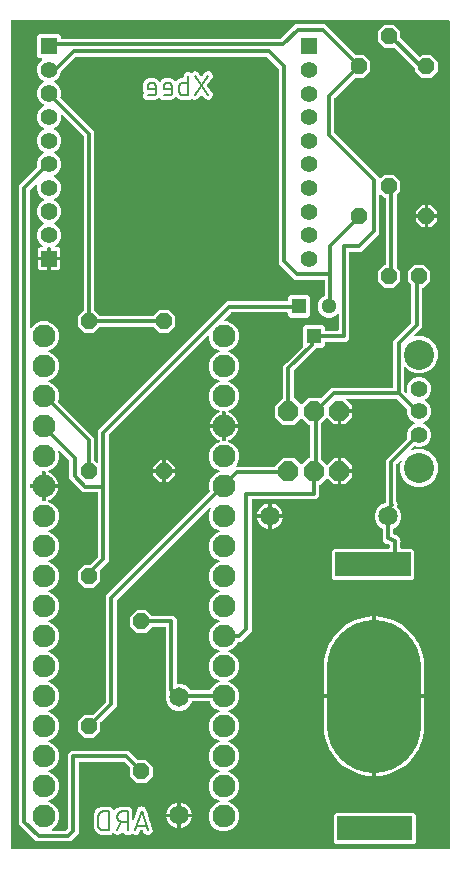
<source format=gtl>
G04 EAGLE Gerber RS-274X export*
G75*
%MOMM*%
%FSLAX34Y34*%
%LPD*%
%INBottom Copper*%
%IPPOS*%
%AMOC8*
5,1,8,0,0,1.08239X$1,22.5*%
G01*
%ADD10C,0.152400*%
%ADD11R,3.175000X2.032000*%
%ADD12C,8.000000*%
%ADD13C,1.651000*%
%ADD14P,1.814519X8X202.500000*%
%ADD15C,1.879600*%
%ADD16R,1.422400X1.422400*%
%ADD17C,1.422400*%
%ADD18P,1.429621X8X202.500000*%
%ADD19P,1.429621X8X292.500000*%
%ADD20P,1.429621X8X112.500000*%
%ADD21C,2.540000*%
%ADD22C,1.930400*%
%ADD23C,1.295400*%
%ADD24R,1.295400X1.295400*%
%ADD25C,0.304800*%

G36*
X381020Y10164D02*
X381020Y10164D01*
X381039Y10162D01*
X381141Y10184D01*
X381243Y10200D01*
X381260Y10210D01*
X381280Y10214D01*
X381369Y10267D01*
X381460Y10316D01*
X381474Y10330D01*
X381491Y10340D01*
X381558Y10419D01*
X381630Y10494D01*
X381638Y10512D01*
X381651Y10527D01*
X381690Y10623D01*
X381733Y10717D01*
X381735Y10737D01*
X381743Y10755D01*
X381761Y10922D01*
X381761Y711200D01*
X381758Y711220D01*
X381760Y711239D01*
X381738Y711341D01*
X381722Y711443D01*
X381712Y711460D01*
X381708Y711480D01*
X381655Y711569D01*
X381606Y711660D01*
X381592Y711674D01*
X381582Y711691D01*
X381503Y711758D01*
X381428Y711830D01*
X381410Y711838D01*
X381395Y711851D01*
X381299Y711890D01*
X381205Y711933D01*
X381185Y711935D01*
X381167Y711943D01*
X381000Y711961D01*
X10922Y711961D01*
X10902Y711958D01*
X10883Y711960D01*
X10781Y711938D01*
X10679Y711922D01*
X10662Y711912D01*
X10642Y711908D01*
X10553Y711855D01*
X10462Y711806D01*
X10448Y711792D01*
X10431Y711782D01*
X10364Y711703D01*
X10292Y711628D01*
X10284Y711610D01*
X10271Y711595D01*
X10232Y711499D01*
X10189Y711405D01*
X10187Y711385D01*
X10179Y711367D01*
X10161Y711200D01*
X10161Y10922D01*
X10164Y10902D01*
X10162Y10883D01*
X10184Y10781D01*
X10200Y10679D01*
X10210Y10662D01*
X10214Y10642D01*
X10267Y10553D01*
X10316Y10462D01*
X10330Y10448D01*
X10340Y10431D01*
X10419Y10364D01*
X10494Y10292D01*
X10512Y10284D01*
X10527Y10271D01*
X10623Y10232D01*
X10717Y10189D01*
X10737Y10187D01*
X10755Y10179D01*
X10922Y10161D01*
X381000Y10161D01*
X381020Y10164D01*
G37*
%LPC*%
G36*
X31634Y16763D02*
X31634Y16763D01*
X16763Y31634D01*
X16763Y571870D01*
X19665Y574772D01*
X32065Y587172D01*
X32132Y587266D01*
X32203Y587360D01*
X32205Y587367D01*
X32208Y587372D01*
X32243Y587483D01*
X32279Y587594D01*
X32279Y587601D01*
X32281Y587607D01*
X32278Y587723D01*
X32277Y587840D01*
X32275Y587848D01*
X32274Y587852D01*
X32268Y587870D01*
X32239Y587969D01*
X32239Y592053D01*
X32248Y592132D01*
X32255Y592164D01*
X32254Y592183D01*
X32257Y592216D01*
X32257Y592223D01*
X33804Y595958D01*
X36662Y598816D01*
X38058Y599394D01*
X38119Y599432D01*
X38185Y599461D01*
X38223Y599496D01*
X38267Y599524D01*
X38313Y599579D01*
X38366Y599627D01*
X38391Y599673D01*
X38424Y599713D01*
X38450Y599780D01*
X38484Y599843D01*
X38494Y599894D01*
X38512Y599943D01*
X38515Y600014D01*
X38528Y600085D01*
X38520Y600136D01*
X38523Y600188D01*
X38503Y600257D01*
X38492Y600328D01*
X38469Y600375D01*
X38454Y600425D01*
X38413Y600483D01*
X38381Y600547D01*
X38344Y600584D01*
X38314Y600627D01*
X38256Y600669D01*
X38205Y600720D01*
X38142Y600754D01*
X38116Y600773D01*
X38094Y600781D01*
X38058Y600801D01*
X36644Y601386D01*
X33786Y604244D01*
X32239Y607979D01*
X32239Y612053D01*
X32248Y612132D01*
X32255Y612164D01*
X32254Y612183D01*
X32257Y612216D01*
X32257Y612223D01*
X33804Y615958D01*
X36662Y618816D01*
X38058Y619394D01*
X38119Y619432D01*
X38185Y619461D01*
X38223Y619496D01*
X38267Y619524D01*
X38313Y619579D01*
X38366Y619627D01*
X38391Y619673D01*
X38424Y619713D01*
X38450Y619780D01*
X38484Y619843D01*
X38494Y619894D01*
X38512Y619943D01*
X38515Y620014D01*
X38528Y620085D01*
X38520Y620136D01*
X38523Y620188D01*
X38503Y620257D01*
X38492Y620328D01*
X38469Y620375D01*
X38454Y620425D01*
X38413Y620483D01*
X38381Y620547D01*
X38344Y620584D01*
X38314Y620627D01*
X38256Y620669D01*
X38205Y620720D01*
X38142Y620754D01*
X38116Y620773D01*
X38094Y620781D01*
X38058Y620801D01*
X36644Y621386D01*
X33786Y624244D01*
X32239Y627979D01*
X32239Y632053D01*
X32248Y632132D01*
X32255Y632164D01*
X32254Y632183D01*
X32257Y632216D01*
X32257Y632223D01*
X33804Y635958D01*
X36662Y638816D01*
X38058Y639394D01*
X38119Y639432D01*
X38185Y639461D01*
X38223Y639496D01*
X38267Y639524D01*
X38313Y639579D01*
X38366Y639627D01*
X38391Y639673D01*
X38424Y639713D01*
X38450Y639780D01*
X38484Y639843D01*
X38494Y639894D01*
X38512Y639943D01*
X38515Y640014D01*
X38528Y640085D01*
X38520Y640136D01*
X38523Y640188D01*
X38503Y640257D01*
X38492Y640328D01*
X38469Y640375D01*
X38454Y640425D01*
X38413Y640483D01*
X38381Y640547D01*
X38344Y640584D01*
X38314Y640627D01*
X38256Y640669D01*
X38205Y640720D01*
X38142Y640754D01*
X38116Y640773D01*
X38094Y640781D01*
X38058Y640801D01*
X36644Y641386D01*
X33786Y644244D01*
X32239Y647979D01*
X32239Y652053D01*
X32248Y652132D01*
X32255Y652164D01*
X32254Y652183D01*
X32257Y652216D01*
X32257Y652223D01*
X33804Y655958D01*
X36662Y658816D01*
X38058Y659394D01*
X38119Y659432D01*
X38185Y659461D01*
X38223Y659496D01*
X38267Y659524D01*
X38313Y659579D01*
X38366Y659627D01*
X38391Y659673D01*
X38424Y659713D01*
X38450Y659780D01*
X38484Y659843D01*
X38494Y659894D01*
X38512Y659943D01*
X38515Y660014D01*
X38528Y660085D01*
X38520Y660136D01*
X38523Y660188D01*
X38503Y660257D01*
X38492Y660328D01*
X38469Y660375D01*
X38454Y660425D01*
X38413Y660483D01*
X38381Y660547D01*
X38344Y660584D01*
X38314Y660627D01*
X38256Y660669D01*
X38205Y660720D01*
X38142Y660754D01*
X38116Y660773D01*
X38094Y660781D01*
X38058Y660801D01*
X36644Y661386D01*
X33786Y664244D01*
X32239Y667979D01*
X32239Y672053D01*
X32248Y672132D01*
X32255Y672164D01*
X32254Y672183D01*
X32257Y672216D01*
X32257Y672223D01*
X33804Y675958D01*
X36386Y678540D01*
X36428Y678598D01*
X36478Y678650D01*
X36499Y678697D01*
X36530Y678739D01*
X36551Y678808D01*
X36581Y678873D01*
X36587Y678925D01*
X36602Y678975D01*
X36600Y679046D01*
X36608Y679117D01*
X36597Y679168D01*
X36596Y679220D01*
X36571Y679288D01*
X36556Y679358D01*
X36529Y679403D01*
X36511Y679451D01*
X36467Y679507D01*
X36430Y679569D01*
X36390Y679603D01*
X36358Y679643D01*
X36297Y679682D01*
X36243Y679729D01*
X36195Y679748D01*
X36151Y679776D01*
X36081Y679794D01*
X36015Y679821D01*
X35943Y679829D01*
X35912Y679837D01*
X35889Y679835D01*
X35848Y679839D01*
X34025Y679839D01*
X32239Y681625D01*
X32239Y698375D01*
X34025Y700161D01*
X39758Y700161D01*
X39822Y700171D01*
X39888Y700172D01*
X39968Y700195D01*
X40001Y700200D01*
X40018Y700210D01*
X40049Y700219D01*
X40397Y700363D01*
X44439Y700363D01*
X44787Y700219D01*
X44851Y700204D01*
X44911Y700179D01*
X44994Y700170D01*
X45026Y700163D01*
X45046Y700164D01*
X45078Y700161D01*
X50775Y700161D01*
X52561Y698375D01*
X52561Y697230D01*
X52564Y697210D01*
X52562Y697191D01*
X52584Y697089D01*
X52600Y696987D01*
X52610Y696970D01*
X52614Y696950D01*
X52667Y696861D01*
X52716Y696770D01*
X52730Y696756D01*
X52740Y696739D01*
X52819Y696672D01*
X52894Y696600D01*
X52912Y696592D01*
X52927Y696579D01*
X53023Y696540D01*
X53117Y696497D01*
X53137Y696495D01*
X53155Y696487D01*
X53322Y696469D01*
X238583Y696469D01*
X238673Y696483D01*
X238764Y696491D01*
X238793Y696503D01*
X238825Y696508D01*
X238906Y696551D01*
X238990Y696587D01*
X239022Y696613D01*
X239043Y696624D01*
X239065Y696647D01*
X239121Y696692D01*
X251090Y708661D01*
X276214Y708661D01*
X301899Y682976D01*
X301973Y682923D01*
X302043Y682863D01*
X302073Y682851D01*
X302099Y682832D01*
X302186Y682805D01*
X302271Y682771D01*
X302312Y682767D01*
X302334Y682760D01*
X302366Y682761D01*
X302437Y682753D01*
X308798Y682753D01*
X314453Y677098D01*
X314453Y669102D01*
X308798Y663447D01*
X301929Y663447D01*
X301839Y663433D01*
X301748Y663425D01*
X301719Y663413D01*
X301687Y663408D01*
X301606Y663365D01*
X301522Y663329D01*
X301490Y663303D01*
X301469Y663292D01*
X301447Y663269D01*
X301391Y663224D01*
X284196Y646029D01*
X284143Y645955D01*
X284083Y645885D01*
X284071Y645855D01*
X284052Y645829D01*
X284025Y645742D01*
X283991Y645657D01*
X283987Y645616D01*
X283980Y645594D01*
X283981Y645562D01*
X283973Y645491D01*
X283973Y616889D01*
X283987Y616799D01*
X283995Y616708D01*
X284007Y616679D01*
X284012Y616647D01*
X284038Y616598D01*
X284038Y616597D01*
X284041Y616594D01*
X284055Y616566D01*
X284091Y616482D01*
X284117Y616450D01*
X284128Y616429D01*
X284151Y616407D01*
X284155Y616402D01*
X284165Y616386D01*
X284175Y616378D01*
X284196Y616351D01*
X319171Y581376D01*
X322260Y578287D01*
X322276Y578276D01*
X322288Y578260D01*
X322376Y578204D01*
X322459Y578144D01*
X322478Y578138D01*
X322495Y578127D01*
X322596Y578102D01*
X322694Y578071D01*
X322714Y578072D01*
X322734Y578067D01*
X322837Y578075D01*
X322940Y578078D01*
X322959Y578085D01*
X322979Y578086D01*
X323074Y578126D01*
X323171Y578162D01*
X323187Y578175D01*
X323205Y578182D01*
X323336Y578287D01*
X326202Y581153D01*
X334198Y581153D01*
X339853Y575498D01*
X339853Y567502D01*
X337028Y564677D01*
X336975Y564603D01*
X336915Y564533D01*
X336903Y564503D01*
X336884Y564477D01*
X336857Y564390D01*
X336823Y564305D01*
X336819Y564264D01*
X336812Y564242D01*
X336813Y564210D01*
X336805Y564138D01*
X336805Y502662D01*
X336806Y502653D01*
X336806Y502650D01*
X336809Y502634D01*
X336819Y502572D01*
X336827Y502481D01*
X336839Y502451D01*
X336844Y502419D01*
X336887Y502338D01*
X336923Y502254D01*
X336949Y502222D01*
X336960Y502201D01*
X336983Y502179D01*
X337028Y502123D01*
X339853Y499298D01*
X339853Y491302D01*
X334198Y485647D01*
X326202Y485647D01*
X320547Y491302D01*
X320547Y499298D01*
X326202Y504953D01*
X326898Y504953D01*
X326918Y504956D01*
X326937Y504954D01*
X327039Y504976D01*
X327141Y504992D01*
X327158Y505002D01*
X327178Y505006D01*
X327267Y505059D01*
X327358Y505108D01*
X327372Y505122D01*
X327389Y505132D01*
X327456Y505211D01*
X327528Y505286D01*
X327536Y505304D01*
X327549Y505319D01*
X327588Y505415D01*
X327631Y505509D01*
X327633Y505529D01*
X327641Y505547D01*
X327659Y505714D01*
X327659Y561086D01*
X327656Y561106D01*
X327658Y561125D01*
X327636Y561227D01*
X327620Y561329D01*
X327610Y561346D01*
X327606Y561366D01*
X327553Y561455D01*
X327504Y561546D01*
X327490Y561560D01*
X327480Y561577D01*
X327401Y561644D01*
X327326Y561716D01*
X327308Y561724D01*
X327293Y561737D01*
X327197Y561776D01*
X327103Y561819D01*
X327083Y561821D01*
X327065Y561829D01*
X326898Y561847D01*
X326202Y561847D01*
X323372Y564677D01*
X323314Y564719D01*
X323262Y564768D01*
X323215Y564790D01*
X323173Y564820D01*
X323104Y564841D01*
X323039Y564872D01*
X322987Y564877D01*
X322937Y564893D01*
X322866Y564891D01*
X322795Y564899D01*
X322744Y564888D01*
X322692Y564886D01*
X322624Y564862D01*
X322554Y564846D01*
X322509Y564820D01*
X322461Y564802D01*
X322405Y564757D01*
X322343Y564720D01*
X322309Y564681D01*
X322269Y564648D01*
X322230Y564588D01*
X322183Y564533D01*
X322164Y564485D01*
X322136Y564441D01*
X322118Y564372D01*
X322091Y564305D01*
X322083Y564234D01*
X322075Y564203D01*
X322077Y564179D01*
X322073Y564138D01*
X322073Y531506D01*
X306694Y516127D01*
X297434Y516127D01*
X297414Y516124D01*
X297395Y516126D01*
X297293Y516104D01*
X297191Y516088D01*
X297174Y516078D01*
X297154Y516074D01*
X297065Y516021D01*
X296974Y515972D01*
X296960Y515958D01*
X296943Y515948D01*
X296876Y515869D01*
X296804Y515794D01*
X296796Y515776D01*
X296783Y515761D01*
X296744Y515665D01*
X296701Y515571D01*
X296699Y515551D01*
X296691Y515533D01*
X296673Y515366D01*
X296673Y442606D01*
X293994Y439927D01*
X276987Y439927D01*
X276967Y439924D01*
X276948Y439926D01*
X276846Y439904D01*
X276744Y439888D01*
X276727Y439878D01*
X276707Y439874D01*
X276618Y439821D01*
X276527Y439772D01*
X276513Y439758D01*
X276496Y439748D01*
X276429Y439669D01*
X276357Y439594D01*
X276349Y439576D01*
X276336Y439561D01*
X276297Y439465D01*
X276254Y439371D01*
X276252Y439351D01*
X276244Y439333D01*
X276226Y439166D01*
X276226Y436760D01*
X274440Y434974D01*
X269544Y434974D01*
X269454Y434960D01*
X269363Y434952D01*
X269334Y434940D01*
X269302Y434935D01*
X269221Y434892D01*
X269137Y434856D01*
X269105Y434830D01*
X269084Y434819D01*
X269062Y434796D01*
X269006Y434751D01*
X249906Y415651D01*
X249859Y415586D01*
X249848Y415574D01*
X249845Y415568D01*
X249793Y415507D01*
X249781Y415477D01*
X249762Y415451D01*
X249735Y415364D01*
X249701Y415279D01*
X249697Y415238D01*
X249690Y415216D01*
X249691Y415184D01*
X249683Y415113D01*
X249683Y392908D01*
X249697Y392818D01*
X249705Y392727D01*
X249717Y392697D01*
X249722Y392665D01*
X249765Y392585D01*
X249801Y392501D01*
X249827Y392469D01*
X249838Y392448D01*
X249861Y392426D01*
X249906Y392370D01*
X255367Y386909D01*
X255383Y386897D01*
X255395Y386882D01*
X255483Y386825D01*
X255566Y386765D01*
X255585Y386759D01*
X255602Y386749D01*
X255703Y386723D01*
X255802Y386693D01*
X255821Y386693D01*
X255841Y386689D01*
X255944Y386697D01*
X256047Y386699D01*
X256066Y386706D01*
X256086Y386708D01*
X256181Y386748D01*
X256278Y386784D01*
X256294Y386796D01*
X256312Y386804D01*
X256443Y386909D01*
X261965Y392431D01*
X271435Y392431D01*
X271773Y392092D01*
X271789Y392081D01*
X271802Y392065D01*
X271889Y392009D01*
X271973Y391949D01*
X271992Y391943D01*
X272009Y391932D01*
X272109Y391907D01*
X272208Y391877D01*
X272228Y391877D01*
X272247Y391872D01*
X272350Y391880D01*
X272454Y391883D01*
X272473Y391890D01*
X272492Y391891D01*
X272587Y391932D01*
X272685Y391967D01*
X272700Y391980D01*
X272719Y391988D01*
X272850Y392092D01*
X281570Y400813D01*
X332994Y400813D01*
X333014Y400816D01*
X333033Y400814D01*
X333135Y400836D01*
X333237Y400852D01*
X333254Y400862D01*
X333274Y400866D01*
X333363Y400919D01*
X333454Y400968D01*
X333468Y400982D01*
X333485Y400992D01*
X333552Y401071D01*
X333624Y401146D01*
X333632Y401164D01*
X333645Y401179D01*
X333684Y401275D01*
X333727Y401369D01*
X333729Y401389D01*
X333737Y401407D01*
X333755Y401574D01*
X333755Y440806D01*
X348772Y455823D01*
X348825Y455897D01*
X348885Y455967D01*
X348897Y455997D01*
X348916Y456023D01*
X348943Y456110D01*
X348977Y456195D01*
X348981Y456236D01*
X348988Y456258D01*
X348987Y456290D01*
X348995Y456361D01*
X348995Y487938D01*
X348981Y488029D01*
X348973Y488119D01*
X348961Y488149D01*
X348956Y488181D01*
X348913Y488262D01*
X348877Y488346D01*
X348851Y488378D01*
X348840Y488399D01*
X348817Y488421D01*
X348772Y488477D01*
X345947Y491302D01*
X345947Y499298D01*
X351602Y504953D01*
X359598Y504953D01*
X365253Y499298D01*
X365253Y491302D01*
X359598Y485647D01*
X358902Y485647D01*
X358882Y485644D01*
X358863Y485646D01*
X358761Y485624D01*
X358659Y485608D01*
X358642Y485598D01*
X358622Y485594D01*
X358533Y485541D01*
X358442Y485492D01*
X358428Y485478D01*
X358411Y485468D01*
X358344Y485389D01*
X358272Y485314D01*
X358264Y485296D01*
X358251Y485281D01*
X358212Y485185D01*
X358169Y485091D01*
X358167Y485071D01*
X358159Y485053D01*
X358141Y484886D01*
X358141Y452258D01*
X351931Y446048D01*
X351889Y445990D01*
X351840Y445938D01*
X351818Y445891D01*
X351788Y445849D01*
X351766Y445780D01*
X351736Y445715D01*
X351731Y445663D01*
X351715Y445613D01*
X351717Y445542D01*
X351709Y445471D01*
X351720Y445420D01*
X351722Y445368D01*
X351746Y445300D01*
X351761Y445230D01*
X351788Y445185D01*
X351806Y445137D01*
X351851Y445081D01*
X351888Y445019D01*
X351927Y444985D01*
X351960Y444945D01*
X352020Y444906D01*
X352074Y444859D01*
X352123Y444840D01*
X352167Y444812D01*
X352236Y444794D01*
X352303Y444767D01*
X352374Y444759D01*
X352405Y444751D01*
X352428Y444753D01*
X352469Y444749D01*
X358733Y444749D01*
X364521Y442351D01*
X368951Y437921D01*
X371349Y432133D01*
X371349Y425867D01*
X368951Y420079D01*
X364521Y415649D01*
X358733Y413251D01*
X352467Y413251D01*
X346679Y415649D01*
X344200Y418128D01*
X344142Y418170D01*
X344090Y418219D01*
X344043Y418241D01*
X344001Y418271D01*
X343932Y418292D01*
X343867Y418323D01*
X343815Y418328D01*
X343765Y418344D01*
X343694Y418342D01*
X343623Y418350D01*
X343572Y418339D01*
X343520Y418337D01*
X343452Y418313D01*
X343382Y418297D01*
X343337Y418271D01*
X343289Y418253D01*
X343233Y418208D01*
X343171Y418171D01*
X343137Y418132D01*
X343097Y418099D01*
X343058Y418039D01*
X343011Y417984D01*
X342992Y417936D01*
X342964Y417892D01*
X342946Y417823D01*
X342919Y417756D01*
X342911Y417685D01*
X342903Y417654D01*
X342905Y417630D01*
X342901Y417589D01*
X342901Y398449D01*
X342915Y398359D01*
X342923Y398268D01*
X342935Y398239D01*
X342940Y398207D01*
X342983Y398126D01*
X343019Y398042D01*
X343045Y398010D01*
X343056Y397989D01*
X343079Y397967D01*
X343124Y397911D01*
X344418Y396616D01*
X344497Y396560D01*
X344573Y396497D01*
X344597Y396488D01*
X344618Y396473D01*
X344711Y396444D01*
X344802Y396409D01*
X344828Y396408D01*
X344853Y396400D01*
X344950Y396403D01*
X345048Y396399D01*
X345073Y396406D01*
X345099Y396407D01*
X345191Y396440D01*
X345284Y396467D01*
X345306Y396482D01*
X345330Y396491D01*
X345406Y396552D01*
X345486Y396608D01*
X345502Y396629D01*
X345522Y396645D01*
X345575Y396727D01*
X345633Y396805D01*
X345641Y396830D01*
X345655Y396852D01*
X345679Y396946D01*
X345709Y397039D01*
X345709Y397065D01*
X345715Y397090D01*
X345708Y397187D01*
X345707Y397285D01*
X345698Y397316D01*
X345696Y397336D01*
X345683Y397366D01*
X345660Y397446D01*
X345439Y397979D01*
X345439Y402021D01*
X346986Y405756D01*
X349844Y408614D01*
X353579Y410161D01*
X357621Y410161D01*
X361356Y408614D01*
X364214Y405756D01*
X365761Y402021D01*
X365761Y397979D01*
X364214Y394244D01*
X361356Y391386D01*
X360914Y391203D01*
X360853Y391166D01*
X360788Y391136D01*
X360749Y391101D01*
X360705Y391074D01*
X360659Y391019D01*
X360607Y390970D01*
X360581Y390924D01*
X360548Y390884D01*
X360523Y390817D01*
X360488Y390754D01*
X360479Y390703D01*
X360460Y390655D01*
X360457Y390583D01*
X360444Y390512D01*
X360452Y390461D01*
X360450Y390409D01*
X360470Y390340D01*
X360480Y390269D01*
X360504Y390223D01*
X360518Y390173D01*
X360559Y390114D01*
X360592Y390050D01*
X360629Y390013D01*
X360658Y389971D01*
X360716Y389928D01*
X360767Y389878D01*
X360830Y389843D01*
X360856Y389824D01*
X360878Y389817D01*
X360914Y389797D01*
X361356Y389614D01*
X364214Y386756D01*
X365761Y383021D01*
X365761Y378979D01*
X364214Y375244D01*
X361356Y372386D01*
X359707Y371703D01*
X359646Y371665D01*
X359581Y371636D01*
X359542Y371601D01*
X359498Y371574D01*
X359452Y371518D01*
X359399Y371470D01*
X359374Y371424D01*
X359341Y371384D01*
X359315Y371317D01*
X359281Y371254D01*
X359272Y371203D01*
X359253Y371155D01*
X359250Y371083D01*
X359237Y371012D01*
X359245Y370961D01*
X359243Y370909D01*
X359263Y370840D01*
X359273Y370769D01*
X359297Y370723D01*
X359311Y370673D01*
X359352Y370614D01*
X359384Y370550D01*
X359422Y370513D01*
X359451Y370471D01*
X359509Y370428D01*
X359560Y370378D01*
X359612Y370349D01*
X359620Y370342D01*
X359628Y370339D01*
X359649Y370324D01*
X359671Y370317D01*
X359707Y370297D01*
X361356Y369614D01*
X364214Y366756D01*
X365761Y363021D01*
X365761Y358979D01*
X364214Y355244D01*
X361356Y352386D01*
X357621Y350839D01*
X353579Y350839D01*
X352374Y351338D01*
X352260Y351365D01*
X352147Y351394D01*
X352140Y351393D01*
X352134Y351395D01*
X352018Y351384D01*
X351902Y351375D01*
X351896Y351372D01*
X351889Y351372D01*
X351782Y351324D01*
X351675Y351278D01*
X351669Y351274D01*
X351665Y351272D01*
X351651Y351259D01*
X351544Y351173D01*
X349458Y349088D01*
X349402Y349009D01*
X349339Y348933D01*
X349330Y348909D01*
X349315Y348888D01*
X349286Y348795D01*
X349251Y348704D01*
X349250Y348678D01*
X349242Y348653D01*
X349245Y348555D01*
X349241Y348458D01*
X349248Y348433D01*
X349249Y348407D01*
X349282Y348315D01*
X349309Y348222D01*
X349324Y348201D01*
X349333Y348176D01*
X349394Y348100D01*
X349450Y348020D01*
X349471Y348004D01*
X349487Y347984D01*
X349569Y347931D01*
X349647Y347873D01*
X349672Y347865D01*
X349694Y347851D01*
X349788Y347827D01*
X349881Y347797D01*
X349907Y347797D01*
X349932Y347791D01*
X350029Y347798D01*
X350127Y347799D01*
X350158Y347808D01*
X350178Y347810D01*
X350208Y347823D01*
X350288Y347846D01*
X352467Y348749D01*
X358733Y348749D01*
X364521Y346351D01*
X368951Y341921D01*
X371349Y336133D01*
X371349Y329867D01*
X368951Y324079D01*
X364521Y319649D01*
X358733Y317251D01*
X352467Y317251D01*
X346679Y319649D01*
X342249Y324079D01*
X339851Y329867D01*
X339851Y336133D01*
X340754Y338312D01*
X340776Y338407D01*
X340805Y338500D01*
X340804Y338526D01*
X340810Y338551D01*
X340801Y338648D01*
X340799Y338746D01*
X340790Y338770D01*
X340787Y338796D01*
X340747Y338885D01*
X340714Y338977D01*
X340698Y338997D01*
X340687Y339021D01*
X340621Y339093D01*
X340560Y339169D01*
X340538Y339183D01*
X340521Y339202D01*
X340435Y339249D01*
X340353Y339302D01*
X340328Y339308D01*
X340305Y339321D01*
X340209Y339338D01*
X340115Y339362D01*
X340089Y339360D01*
X340063Y339364D01*
X339967Y339350D01*
X339870Y339343D01*
X339846Y339333D01*
X339820Y339329D01*
X339733Y339284D01*
X339643Y339246D01*
X339618Y339226D01*
X339601Y339217D01*
X339577Y339194D01*
X339512Y339142D01*
X336774Y336403D01*
X336721Y336329D01*
X336661Y336259D01*
X336649Y336229D01*
X336630Y336203D01*
X336603Y336116D01*
X336569Y336031D01*
X336565Y335990D01*
X336558Y335968D01*
X336559Y335936D01*
X336551Y335865D01*
X336551Y304474D01*
X336565Y304384D01*
X336573Y304293D01*
X336585Y304263D01*
X336590Y304231D01*
X336633Y304151D01*
X336669Y304067D01*
X336695Y304035D01*
X336706Y304014D01*
X336729Y303992D01*
X336774Y303936D01*
X337169Y303540D01*
X337169Y303352D01*
X337174Y303324D01*
X337171Y303296D01*
X337193Y303203D01*
X337209Y303110D01*
X337222Y303085D01*
X337229Y303057D01*
X337310Y302911D01*
X337419Y302757D01*
X337180Y301328D01*
X337179Y301295D01*
X337169Y301202D01*
X337169Y300632D01*
X337184Y300542D01*
X337191Y300451D01*
X337204Y300421D01*
X337209Y300389D01*
X337252Y300309D01*
X337287Y300225D01*
X337313Y300193D01*
X337324Y300172D01*
X337347Y300150D01*
X337392Y300094D01*
X338983Y298503D01*
X340704Y294348D01*
X340704Y289852D01*
X338983Y285697D01*
X335803Y282517D01*
X334443Y281954D01*
X334343Y281892D01*
X334243Y281832D01*
X334239Y281827D01*
X334234Y281824D01*
X334159Y281734D01*
X334083Y281645D01*
X334081Y281639D01*
X334077Y281635D01*
X334035Y281527D01*
X333991Y281417D01*
X333990Y281410D01*
X333989Y281405D01*
X333988Y281387D01*
X333973Y281250D01*
X333973Y277129D01*
X333975Y277116D01*
X333973Y277103D01*
X333995Y276995D01*
X334012Y276886D01*
X334019Y276875D01*
X334021Y276862D01*
X334076Y276766D01*
X334128Y276669D01*
X334137Y276660D01*
X334144Y276648D01*
X334226Y276575D01*
X334306Y276499D01*
X334318Y276494D01*
X334328Y276485D01*
X334478Y276412D01*
X335946Y275889D01*
X335992Y275881D01*
X336035Y275863D01*
X336169Y275848D01*
X336188Y275845D01*
X336194Y275846D01*
X336202Y275845D01*
X337174Y275845D01*
X337664Y275355D01*
X337732Y275306D01*
X337796Y275250D01*
X337842Y275227D01*
X337864Y275212D01*
X337892Y275203D01*
X337947Y275176D01*
X338599Y274944D01*
X339016Y274065D01*
X339042Y274027D01*
X339060Y273984D01*
X339145Y273879D01*
X339156Y273863D01*
X339160Y273860D01*
X339165Y273854D01*
X339853Y273166D01*
X339853Y272474D01*
X339866Y272390D01*
X339871Y272306D01*
X339888Y272258D01*
X339892Y272231D01*
X339907Y272204D01*
X339926Y272147D01*
X340223Y271521D01*
X339897Y270606D01*
X339889Y270560D01*
X339871Y270517D01*
X339856Y270383D01*
X339853Y270364D01*
X339854Y270358D01*
X339853Y270350D01*
X339853Y265430D01*
X339856Y265410D01*
X339854Y265391D01*
X339876Y265289D01*
X339892Y265187D01*
X339902Y265170D01*
X339906Y265150D01*
X339959Y265061D01*
X340008Y264970D01*
X340022Y264956D01*
X340032Y264939D01*
X340111Y264872D01*
X340186Y264800D01*
X340204Y264792D01*
X340219Y264779D01*
X340315Y264740D01*
X340409Y264697D01*
X340429Y264695D01*
X340447Y264687D01*
X340614Y264669D01*
X349878Y264669D01*
X351664Y262883D01*
X351664Y240037D01*
X349878Y238251D01*
X283852Y238251D01*
X282066Y240037D01*
X282066Y262883D01*
X283852Y264669D01*
X329946Y264669D01*
X329966Y264672D01*
X329985Y264670D01*
X330087Y264692D01*
X330189Y264708D01*
X330206Y264718D01*
X330226Y264722D01*
X330315Y264775D01*
X330406Y264824D01*
X330420Y264838D01*
X330437Y264848D01*
X330504Y264927D01*
X330576Y265002D01*
X330584Y265020D01*
X330597Y265035D01*
X330636Y265131D01*
X330679Y265225D01*
X330681Y265245D01*
X330689Y265263D01*
X330707Y265430D01*
X330707Y267510D01*
X330705Y267523D01*
X330707Y267536D01*
X330685Y267644D01*
X330668Y267753D01*
X330661Y267764D01*
X330659Y267777D01*
X330604Y267873D01*
X330552Y267970D01*
X330543Y267979D01*
X330536Y267991D01*
X330454Y268064D01*
X330374Y268140D01*
X330362Y268145D01*
X330352Y268154D01*
X330202Y268227D01*
X328734Y268750D01*
X328688Y268758D01*
X328645Y268776D01*
X328511Y268791D01*
X328492Y268794D01*
X328486Y268793D01*
X328478Y268794D01*
X327506Y268794D01*
X327016Y269284D01*
X326948Y269333D01*
X326884Y269389D01*
X326838Y269412D01*
X326816Y269428D01*
X326788Y269436D01*
X326733Y269463D01*
X326081Y269695D01*
X325664Y270574D01*
X325638Y270612D01*
X325620Y270655D01*
X325535Y270760D01*
X325524Y270776D01*
X325520Y270779D01*
X325515Y270785D01*
X324827Y271473D01*
X324827Y272166D01*
X324814Y272249D01*
X324809Y272333D01*
X324792Y272381D01*
X324788Y272408D01*
X324773Y272435D01*
X324754Y272492D01*
X324457Y273118D01*
X324783Y274033D01*
X324791Y274079D01*
X324809Y274122D01*
X324824Y274256D01*
X324827Y274275D01*
X324826Y274281D01*
X324827Y274289D01*
X324827Y281250D01*
X324808Y281365D01*
X324791Y281481D01*
X324789Y281487D01*
X324788Y281493D01*
X324733Y281596D01*
X324680Y281701D01*
X324675Y281705D01*
X324672Y281710D01*
X324588Y281790D01*
X324504Y281873D01*
X324498Y281876D01*
X324494Y281880D01*
X324477Y281888D01*
X324357Y281954D01*
X322997Y282517D01*
X319817Y285697D01*
X318096Y289852D01*
X318096Y294348D01*
X319817Y298503D01*
X322997Y301683D01*
X326935Y303314D01*
X327035Y303376D01*
X327135Y303436D01*
X327139Y303440D01*
X327144Y303444D01*
X327219Y303533D01*
X327295Y303623D01*
X327297Y303628D01*
X327301Y303633D01*
X327343Y303741D01*
X327387Y303851D01*
X327388Y303858D01*
X327389Y303863D01*
X327390Y303881D01*
X327405Y304017D01*
X327405Y339968D01*
X345366Y357929D01*
X345433Y358023D01*
X345504Y358117D01*
X345506Y358123D01*
X345509Y358128D01*
X345544Y358240D01*
X345580Y358351D01*
X345580Y358357D01*
X345582Y358363D01*
X345579Y358480D01*
X345577Y358597D01*
X345575Y358604D01*
X345575Y358609D01*
X345569Y358627D01*
X345531Y358758D01*
X345439Y358979D01*
X345439Y363021D01*
X346986Y366756D01*
X349844Y369614D01*
X351493Y370297D01*
X351554Y370335D01*
X351619Y370364D01*
X351643Y370386D01*
X351645Y370387D01*
X351651Y370393D01*
X351658Y370399D01*
X351702Y370426D01*
X351748Y370482D01*
X351801Y370530D01*
X351826Y370576D01*
X351859Y370616D01*
X351885Y370683D01*
X351919Y370746D01*
X351928Y370797D01*
X351947Y370845D01*
X351950Y370917D01*
X351963Y370988D01*
X351955Y371039D01*
X351957Y371091D01*
X351937Y371160D01*
X351927Y371231D01*
X351903Y371277D01*
X351889Y371327D01*
X351848Y371386D01*
X351816Y371450D01*
X351778Y371487D01*
X351749Y371529D01*
X351691Y371572D01*
X351640Y371622D01*
X351577Y371657D01*
X351551Y371676D01*
X351529Y371683D01*
X351493Y371703D01*
X349844Y372386D01*
X346986Y375244D01*
X345439Y378979D01*
X345439Y382347D01*
X345425Y382437D01*
X345417Y382528D01*
X345405Y382557D01*
X345400Y382589D01*
X345357Y382670D01*
X345321Y382754D01*
X345295Y382786D01*
X345284Y382807D01*
X345261Y382829D01*
X345216Y382885D01*
X336657Y391444D01*
X336583Y391497D01*
X336513Y391557D01*
X336483Y391569D01*
X336457Y391588D01*
X336370Y391615D01*
X336285Y391649D01*
X336244Y391653D01*
X336222Y391660D01*
X336190Y391659D01*
X336119Y391667D01*
X294908Y391667D01*
X294837Y391656D01*
X294765Y391654D01*
X294716Y391636D01*
X294665Y391628D01*
X294602Y391594D01*
X294534Y391569D01*
X294494Y391537D01*
X294447Y391512D01*
X294398Y391460D01*
X294342Y391416D01*
X294314Y391372D01*
X294278Y391334D01*
X294248Y391269D01*
X294209Y391209D01*
X294196Y391158D01*
X294174Y391111D01*
X294167Y391040D01*
X294149Y390970D01*
X294153Y390918D01*
X294147Y390867D01*
X294163Y390796D01*
X294168Y390725D01*
X294189Y390677D01*
X294200Y390626D01*
X294236Y390565D01*
X294265Y390499D01*
X294309Y390443D01*
X294326Y390415D01*
X294344Y390400D01*
X294369Y390368D01*
X299213Y385524D01*
X299213Y382523D01*
X289052Y382523D01*
X289032Y382520D01*
X289013Y382522D01*
X288911Y382500D01*
X288809Y382483D01*
X288792Y382474D01*
X288772Y382470D01*
X288683Y382417D01*
X288592Y382368D01*
X288578Y382354D01*
X288561Y382344D01*
X288494Y382265D01*
X288423Y382190D01*
X288414Y382172D01*
X288401Y382157D01*
X288363Y382061D01*
X288319Y381967D01*
X288317Y381947D01*
X288309Y381929D01*
X288291Y381762D01*
X288291Y380999D01*
X287528Y380999D01*
X287508Y380996D01*
X287489Y380998D01*
X287387Y380976D01*
X287285Y380959D01*
X287268Y380950D01*
X287248Y380946D01*
X287159Y380893D01*
X287068Y380844D01*
X287054Y380830D01*
X287037Y380820D01*
X286970Y380741D01*
X286899Y380666D01*
X286890Y380648D01*
X286877Y380633D01*
X286838Y380537D01*
X286795Y380443D01*
X286793Y380423D01*
X286785Y380405D01*
X286767Y380238D01*
X286767Y370077D01*
X283766Y370077D01*
X278392Y375450D01*
X278376Y375462D01*
X278364Y375478D01*
X278277Y375534D01*
X278193Y375594D01*
X278174Y375600D01*
X278157Y375611D01*
X278056Y375636D01*
X277958Y375666D01*
X277938Y375666D01*
X277918Y375671D01*
X277815Y375663D01*
X277712Y375660D01*
X277693Y375653D01*
X277673Y375652D01*
X277578Y375611D01*
X277481Y375576D01*
X277465Y375563D01*
X277447Y375555D01*
X277316Y375450D01*
X273020Y371154D01*
X272967Y371080D01*
X272907Y371011D01*
X272895Y370981D01*
X272876Y370954D01*
X272849Y370868D01*
X272815Y370783D01*
X272811Y370742D01*
X272804Y370719D01*
X272805Y370687D01*
X272797Y370616D01*
X272797Y340584D01*
X272811Y340494D01*
X272819Y340403D01*
X272831Y340373D01*
X272836Y340341D01*
X272879Y340261D01*
X272915Y340177D01*
X272941Y340145D01*
X272952Y340124D01*
X272975Y340102D01*
X273020Y340046D01*
X277316Y335750D01*
X277332Y335738D01*
X277345Y335722D01*
X277432Y335666D01*
X277516Y335606D01*
X277535Y335600D01*
X277551Y335589D01*
X277652Y335564D01*
X277751Y335534D01*
X277771Y335534D01*
X277790Y335529D01*
X277893Y335537D01*
X277997Y335540D01*
X278015Y335547D01*
X278035Y335548D01*
X278130Y335589D01*
X278228Y335624D01*
X278243Y335637D01*
X278262Y335645D01*
X278392Y335750D01*
X283766Y341123D01*
X286767Y341123D01*
X286767Y330962D01*
X286770Y330942D01*
X286768Y330923D01*
X286790Y330821D01*
X286807Y330719D01*
X286816Y330702D01*
X286820Y330682D01*
X286873Y330593D01*
X286922Y330502D01*
X286936Y330488D01*
X286946Y330471D01*
X287025Y330404D01*
X287100Y330333D01*
X287118Y330324D01*
X287133Y330311D01*
X287229Y330273D01*
X287323Y330229D01*
X287343Y330227D01*
X287361Y330219D01*
X287528Y330201D01*
X288291Y330201D01*
X288291Y330199D01*
X287528Y330199D01*
X287508Y330196D01*
X287489Y330198D01*
X287387Y330176D01*
X287285Y330159D01*
X287268Y330150D01*
X287248Y330146D01*
X287159Y330093D01*
X287068Y330044D01*
X287054Y330030D01*
X287037Y330020D01*
X286970Y329941D01*
X286899Y329866D01*
X286890Y329848D01*
X286877Y329833D01*
X286838Y329737D01*
X286795Y329643D01*
X286793Y329623D01*
X286785Y329605D01*
X286767Y329438D01*
X286767Y319277D01*
X283766Y319277D01*
X278392Y324650D01*
X278376Y324662D01*
X278364Y324678D01*
X278277Y324734D01*
X278193Y324794D01*
X278174Y324800D01*
X278157Y324811D01*
X278056Y324836D01*
X277958Y324866D01*
X277938Y324866D01*
X277918Y324871D01*
X277815Y324863D01*
X277712Y324860D01*
X277693Y324853D01*
X277673Y324852D01*
X277578Y324811D01*
X277481Y324776D01*
X277465Y324763D01*
X277447Y324755D01*
X277316Y324650D01*
X271496Y318830D01*
X271443Y318756D01*
X271383Y318687D01*
X271371Y318657D01*
X271352Y318630D01*
X271325Y318544D01*
X271291Y318459D01*
X271287Y318418D01*
X271280Y318395D01*
X271281Y318363D01*
X271273Y318292D01*
X271273Y309256D01*
X268594Y306577D01*
X214884Y306577D01*
X214864Y306574D01*
X214845Y306576D01*
X214743Y306554D01*
X214641Y306538D01*
X214624Y306528D01*
X214604Y306524D01*
X214515Y306471D01*
X214424Y306422D01*
X214410Y306408D01*
X214393Y306398D01*
X214326Y306319D01*
X214254Y306244D01*
X214246Y306226D01*
X214233Y306211D01*
X214194Y306115D01*
X214151Y306021D01*
X214149Y306001D01*
X214141Y305983D01*
X214123Y305816D01*
X214123Y194956D01*
X205094Y185927D01*
X202862Y185927D01*
X202747Y185908D01*
X202631Y185891D01*
X202625Y185889D01*
X202619Y185888D01*
X202516Y185833D01*
X202412Y185780D01*
X202407Y185775D01*
X202402Y185772D01*
X202322Y185688D01*
X202239Y185604D01*
X202236Y185598D01*
X202232Y185594D01*
X202224Y185577D01*
X202158Y185457D01*
X201267Y183306D01*
X197694Y179733D01*
X194726Y178503D01*
X194665Y178465D01*
X194600Y178436D01*
X194561Y178401D01*
X194517Y178374D01*
X194471Y178318D01*
X194418Y178270D01*
X194393Y178224D01*
X194360Y178184D01*
X194334Y178117D01*
X194300Y178054D01*
X194291Y178003D01*
X194272Y177955D01*
X194269Y177883D01*
X194256Y177812D01*
X194264Y177761D01*
X194262Y177709D01*
X194281Y177640D01*
X194292Y177569D01*
X194316Y177523D01*
X194330Y177473D01*
X194371Y177414D01*
X194403Y177350D01*
X194441Y177313D01*
X194470Y177271D01*
X194528Y177228D01*
X194579Y177178D01*
X194642Y177143D01*
X194668Y177124D01*
X194690Y177117D01*
X194726Y177097D01*
X197694Y175867D01*
X201267Y172294D01*
X203201Y167626D01*
X203201Y162574D01*
X201267Y157906D01*
X197694Y154333D01*
X194726Y153103D01*
X194665Y153065D01*
X194600Y153036D01*
X194561Y153001D01*
X194517Y152974D01*
X194471Y152918D01*
X194418Y152870D01*
X194393Y152824D01*
X194360Y152784D01*
X194334Y152717D01*
X194300Y152654D01*
X194291Y152603D01*
X194272Y152555D01*
X194269Y152483D01*
X194256Y152412D01*
X194264Y152361D01*
X194262Y152309D01*
X194281Y152240D01*
X194292Y152169D01*
X194316Y152123D01*
X194330Y152073D01*
X194371Y152014D01*
X194403Y151950D01*
X194441Y151913D01*
X194470Y151871D01*
X194528Y151828D01*
X194579Y151778D01*
X194642Y151743D01*
X194668Y151724D01*
X194690Y151717D01*
X194726Y151697D01*
X197694Y150467D01*
X201267Y146894D01*
X203201Y142226D01*
X203201Y137174D01*
X201267Y132506D01*
X197694Y128933D01*
X194726Y127703D01*
X194665Y127665D01*
X194600Y127636D01*
X194561Y127601D01*
X194517Y127574D01*
X194471Y127518D01*
X194418Y127470D01*
X194393Y127424D01*
X194360Y127384D01*
X194334Y127317D01*
X194300Y127254D01*
X194291Y127203D01*
X194272Y127155D01*
X194269Y127083D01*
X194256Y127012D01*
X194264Y126961D01*
X194262Y126909D01*
X194281Y126840D01*
X194292Y126769D01*
X194316Y126723D01*
X194330Y126673D01*
X194371Y126614D01*
X194403Y126550D01*
X194441Y126513D01*
X194470Y126471D01*
X194528Y126428D01*
X194579Y126378D01*
X194642Y126343D01*
X194668Y126324D01*
X194690Y126317D01*
X194726Y126297D01*
X197694Y125067D01*
X201267Y121494D01*
X203201Y116826D01*
X203201Y111774D01*
X201267Y107106D01*
X197694Y103533D01*
X194726Y102303D01*
X194665Y102265D01*
X194600Y102236D01*
X194561Y102201D01*
X194517Y102174D01*
X194471Y102118D01*
X194418Y102070D01*
X194393Y102024D01*
X194360Y101984D01*
X194334Y101917D01*
X194300Y101854D01*
X194291Y101803D01*
X194272Y101755D01*
X194269Y101683D01*
X194256Y101612D01*
X194264Y101561D01*
X194262Y101509D01*
X194281Y101440D01*
X194292Y101369D01*
X194316Y101323D01*
X194330Y101273D01*
X194371Y101214D01*
X194403Y101150D01*
X194441Y101113D01*
X194470Y101071D01*
X194528Y101028D01*
X194579Y100978D01*
X194642Y100943D01*
X194668Y100924D01*
X194690Y100917D01*
X194726Y100897D01*
X197694Y99667D01*
X201267Y96094D01*
X203201Y91426D01*
X203201Y86374D01*
X201267Y81706D01*
X197694Y78133D01*
X194726Y76903D01*
X194665Y76865D01*
X194600Y76836D01*
X194561Y76801D01*
X194517Y76774D01*
X194471Y76718D01*
X194418Y76670D01*
X194393Y76624D01*
X194360Y76584D01*
X194334Y76517D01*
X194300Y76454D01*
X194291Y76403D01*
X194272Y76355D01*
X194269Y76283D01*
X194256Y76212D01*
X194264Y76161D01*
X194262Y76109D01*
X194281Y76040D01*
X194292Y75969D01*
X194316Y75923D01*
X194330Y75873D01*
X194371Y75814D01*
X194403Y75750D01*
X194441Y75713D01*
X194470Y75671D01*
X194528Y75628D01*
X194579Y75578D01*
X194642Y75543D01*
X194668Y75524D01*
X194690Y75517D01*
X194726Y75497D01*
X197694Y74267D01*
X201267Y70694D01*
X203201Y66026D01*
X203201Y60974D01*
X201267Y56306D01*
X197694Y52733D01*
X194726Y51503D01*
X194665Y51465D01*
X194600Y51436D01*
X194561Y51401D01*
X194517Y51374D01*
X194471Y51318D01*
X194418Y51270D01*
X194393Y51224D01*
X194360Y51184D01*
X194334Y51117D01*
X194300Y51054D01*
X194291Y51003D01*
X194272Y50955D01*
X194269Y50883D01*
X194256Y50812D01*
X194264Y50761D01*
X194262Y50709D01*
X194281Y50640D01*
X194292Y50569D01*
X194316Y50523D01*
X194330Y50473D01*
X194371Y50414D01*
X194403Y50350D01*
X194441Y50313D01*
X194470Y50271D01*
X194528Y50228D01*
X194579Y50178D01*
X194642Y50143D01*
X194668Y50124D01*
X194690Y50117D01*
X194726Y50097D01*
X197694Y48867D01*
X201267Y45294D01*
X203201Y40626D01*
X203201Y35574D01*
X201267Y30906D01*
X197694Y27333D01*
X193026Y25399D01*
X187974Y25399D01*
X183306Y27333D01*
X179733Y30906D01*
X177799Y35574D01*
X177799Y40626D01*
X179733Y45294D01*
X183306Y48867D01*
X186274Y50097D01*
X186335Y50135D01*
X186400Y50164D01*
X186439Y50199D01*
X186483Y50226D01*
X186529Y50282D01*
X186582Y50330D01*
X186607Y50376D01*
X186640Y50416D01*
X186666Y50483D01*
X186700Y50546D01*
X186709Y50597D01*
X186728Y50645D01*
X186731Y50717D01*
X186744Y50788D01*
X186736Y50839D01*
X186738Y50891D01*
X186719Y50960D01*
X186708Y51031D01*
X186684Y51077D01*
X186670Y51127D01*
X186629Y51186D01*
X186597Y51250D01*
X186559Y51287D01*
X186530Y51329D01*
X186472Y51372D01*
X186421Y51422D01*
X186358Y51457D01*
X186332Y51476D01*
X186310Y51483D01*
X186274Y51503D01*
X183306Y52733D01*
X179733Y56306D01*
X177799Y60974D01*
X177799Y66026D01*
X179733Y70694D01*
X183306Y74267D01*
X186274Y75497D01*
X186335Y75535D01*
X186400Y75564D01*
X186439Y75599D01*
X186483Y75626D01*
X186529Y75682D01*
X186582Y75730D01*
X186607Y75776D01*
X186640Y75816D01*
X186666Y75883D01*
X186700Y75946D01*
X186709Y75997D01*
X186728Y76045D01*
X186731Y76117D01*
X186744Y76188D01*
X186736Y76239D01*
X186738Y76291D01*
X186719Y76360D01*
X186708Y76431D01*
X186684Y76477D01*
X186670Y76527D01*
X186629Y76586D01*
X186597Y76650D01*
X186559Y76687D01*
X186530Y76729D01*
X186472Y76772D01*
X186421Y76822D01*
X186358Y76857D01*
X186332Y76876D01*
X186310Y76883D01*
X186274Y76903D01*
X183306Y78133D01*
X179733Y81706D01*
X177799Y86374D01*
X177799Y91426D01*
X179733Y96094D01*
X183306Y99667D01*
X186274Y100897D01*
X186335Y100935D01*
X186400Y100964D01*
X186439Y100999D01*
X186483Y101026D01*
X186529Y101082D01*
X186582Y101130D01*
X186607Y101176D01*
X186640Y101216D01*
X186666Y101283D01*
X186700Y101346D01*
X186709Y101397D01*
X186728Y101445D01*
X186731Y101517D01*
X186744Y101588D01*
X186736Y101639D01*
X186738Y101691D01*
X186719Y101760D01*
X186708Y101831D01*
X186684Y101877D01*
X186670Y101927D01*
X186629Y101986D01*
X186597Y102050D01*
X186559Y102087D01*
X186530Y102129D01*
X186472Y102172D01*
X186421Y102222D01*
X186358Y102257D01*
X186332Y102276D01*
X186310Y102283D01*
X186274Y102303D01*
X183306Y103533D01*
X179733Y107106D01*
X177799Y111774D01*
X177799Y116826D01*
X179733Y121494D01*
X183306Y125067D01*
X186274Y126297D01*
X186335Y126335D01*
X186400Y126364D01*
X186439Y126399D01*
X186483Y126426D01*
X186529Y126482D01*
X186582Y126530D01*
X186607Y126576D01*
X186640Y126616D01*
X186666Y126683D01*
X186700Y126746D01*
X186709Y126797D01*
X186728Y126845D01*
X186731Y126917D01*
X186744Y126988D01*
X186736Y127039D01*
X186738Y127091D01*
X186719Y127160D01*
X186708Y127231D01*
X186684Y127277D01*
X186670Y127327D01*
X186629Y127386D01*
X186597Y127450D01*
X186559Y127487D01*
X186530Y127529D01*
X186472Y127572D01*
X186421Y127622D01*
X186358Y127657D01*
X186332Y127676D01*
X186310Y127683D01*
X186274Y127703D01*
X183306Y128933D01*
X179733Y132506D01*
X178631Y135165D01*
X178570Y135265D01*
X178510Y135365D01*
X178505Y135369D01*
X178502Y135374D01*
X178411Y135449D01*
X178323Y135525D01*
X178317Y135527D01*
X178312Y135531D01*
X178204Y135573D01*
X178095Y135617D01*
X178087Y135618D01*
X178082Y135619D01*
X178064Y135620D01*
X177928Y135635D01*
X163791Y135635D01*
X163677Y135616D01*
X163560Y135599D01*
X163555Y135597D01*
X163549Y135596D01*
X163446Y135541D01*
X163341Y135488D01*
X163337Y135483D01*
X163331Y135480D01*
X163251Y135396D01*
X163169Y135312D01*
X163165Y135306D01*
X163162Y135302D01*
X163154Y135285D01*
X163088Y135165D01*
X161983Y132497D01*
X158803Y129317D01*
X154648Y127596D01*
X150152Y127596D01*
X145997Y129317D01*
X142817Y132497D01*
X141096Y136652D01*
X141096Y141148D01*
X141660Y142509D01*
X141686Y142622D01*
X141715Y142736D01*
X141714Y142742D01*
X141716Y142748D01*
X141705Y142865D01*
X141696Y142981D01*
X141693Y142987D01*
X141693Y142993D01*
X141645Y143100D01*
X141600Y143207D01*
X141595Y143213D01*
X141593Y143218D01*
X141580Y143232D01*
X141495Y143338D01*
X141477Y143356D01*
X141477Y197866D01*
X141474Y197886D01*
X141476Y197905D01*
X141454Y198007D01*
X141438Y198109D01*
X141428Y198126D01*
X141424Y198146D01*
X141371Y198235D01*
X141322Y198326D01*
X141308Y198340D01*
X141298Y198357D01*
X141219Y198424D01*
X141144Y198496D01*
X141126Y198504D01*
X141111Y198517D01*
X141015Y198556D01*
X140921Y198599D01*
X140901Y198601D01*
X140883Y198609D01*
X140716Y198627D01*
X130044Y198627D01*
X129953Y198613D01*
X129863Y198605D01*
X129833Y198593D01*
X129801Y198588D01*
X129720Y198545D01*
X129636Y198509D01*
X129604Y198483D01*
X129583Y198472D01*
X129561Y198449D01*
X129505Y198404D01*
X124648Y193547D01*
X116652Y193547D01*
X110997Y199202D01*
X110997Y207198D01*
X116652Y212853D01*
X124648Y212853D01*
X129505Y207996D01*
X129579Y207943D01*
X129649Y207883D01*
X129679Y207871D01*
X129705Y207852D01*
X129792Y207825D01*
X129877Y207791D01*
X129918Y207787D01*
X129940Y207780D01*
X129972Y207781D01*
X130044Y207773D01*
X147944Y207773D01*
X150623Y205094D01*
X150623Y150965D01*
X150624Y150956D01*
X150624Y150953D01*
X150626Y150943D01*
X150624Y150926D01*
X150646Y150824D01*
X150662Y150722D01*
X150672Y150705D01*
X150676Y150685D01*
X150729Y150596D01*
X150778Y150505D01*
X150792Y150491D01*
X150802Y150474D01*
X150881Y150407D01*
X150956Y150335D01*
X150974Y150327D01*
X150989Y150314D01*
X151085Y150275D01*
X151179Y150232D01*
X151199Y150230D01*
X151217Y150222D01*
X151384Y150204D01*
X154648Y150204D01*
X158803Y148483D01*
X161983Y145303D01*
X162004Y145251D01*
X162066Y145151D01*
X162126Y145051D01*
X162131Y145047D01*
X162134Y145042D01*
X162224Y144967D01*
X162313Y144891D01*
X162319Y144889D01*
X162324Y144885D01*
X162432Y144843D01*
X162541Y144799D01*
X162549Y144798D01*
X162553Y144797D01*
X162572Y144796D01*
X162708Y144781D01*
X178349Y144781D01*
X178463Y144800D01*
X178580Y144817D01*
X178585Y144819D01*
X178591Y144820D01*
X178694Y144875D01*
X178799Y144928D01*
X178803Y144933D01*
X178809Y144936D01*
X178889Y145020D01*
X178971Y145104D01*
X178975Y145110D01*
X178978Y145114D01*
X178986Y145131D01*
X179052Y145251D01*
X179733Y146894D01*
X183306Y150467D01*
X186274Y151697D01*
X186335Y151735D01*
X186400Y151764D01*
X186439Y151799D01*
X186483Y151826D01*
X186529Y151882D01*
X186582Y151930D01*
X186607Y151976D01*
X186640Y152016D01*
X186666Y152083D01*
X186700Y152146D01*
X186709Y152197D01*
X186728Y152245D01*
X186731Y152317D01*
X186744Y152388D01*
X186736Y152439D01*
X186738Y152491D01*
X186719Y152560D01*
X186708Y152631D01*
X186684Y152677D01*
X186670Y152727D01*
X186629Y152786D01*
X186597Y152850D01*
X186559Y152887D01*
X186530Y152929D01*
X186472Y152972D01*
X186421Y153022D01*
X186358Y153057D01*
X186332Y153076D01*
X186310Y153083D01*
X186274Y153103D01*
X183306Y154333D01*
X179733Y157906D01*
X177799Y162574D01*
X177799Y167626D01*
X179733Y172294D01*
X183306Y175867D01*
X186274Y177097D01*
X186335Y177135D01*
X186400Y177164D01*
X186439Y177199D01*
X186483Y177226D01*
X186529Y177282D01*
X186582Y177330D01*
X186607Y177376D01*
X186640Y177416D01*
X186666Y177483D01*
X186700Y177546D01*
X186709Y177597D01*
X186728Y177645D01*
X186731Y177717D01*
X186744Y177788D01*
X186736Y177839D01*
X186738Y177891D01*
X186719Y177960D01*
X186708Y178031D01*
X186684Y178077D01*
X186670Y178127D01*
X186629Y178186D01*
X186597Y178250D01*
X186559Y178287D01*
X186530Y178329D01*
X186472Y178372D01*
X186421Y178422D01*
X186358Y178457D01*
X186332Y178476D01*
X186310Y178483D01*
X186274Y178503D01*
X183306Y179733D01*
X179733Y183306D01*
X177799Y187974D01*
X177799Y193026D01*
X179733Y197694D01*
X183306Y201267D01*
X186274Y202497D01*
X186335Y202535D01*
X186400Y202564D01*
X186439Y202599D01*
X186483Y202626D01*
X186529Y202682D01*
X186582Y202730D01*
X186607Y202776D01*
X186640Y202816D01*
X186666Y202883D01*
X186700Y202946D01*
X186709Y202997D01*
X186728Y203045D01*
X186731Y203117D01*
X186744Y203188D01*
X186736Y203239D01*
X186738Y203291D01*
X186719Y203360D01*
X186708Y203431D01*
X186684Y203477D01*
X186670Y203527D01*
X186629Y203586D01*
X186597Y203650D01*
X186559Y203687D01*
X186530Y203729D01*
X186472Y203772D01*
X186421Y203822D01*
X186358Y203857D01*
X186332Y203876D01*
X186310Y203883D01*
X186274Y203903D01*
X183306Y205133D01*
X179733Y208706D01*
X177799Y213374D01*
X177799Y218426D01*
X179733Y223094D01*
X183306Y226667D01*
X186274Y227897D01*
X186335Y227935D01*
X186400Y227964D01*
X186439Y227999D01*
X186483Y228026D01*
X186529Y228082D01*
X186582Y228130D01*
X186607Y228176D01*
X186640Y228216D01*
X186666Y228283D01*
X186700Y228346D01*
X186709Y228397D01*
X186728Y228445D01*
X186731Y228517D01*
X186744Y228588D01*
X186736Y228639D01*
X186738Y228691D01*
X186719Y228760D01*
X186708Y228831D01*
X186684Y228877D01*
X186670Y228927D01*
X186629Y228986D01*
X186597Y229050D01*
X186559Y229087D01*
X186530Y229129D01*
X186472Y229172D01*
X186421Y229222D01*
X186358Y229257D01*
X186332Y229276D01*
X186310Y229283D01*
X186274Y229303D01*
X183306Y230533D01*
X179733Y234106D01*
X177799Y238774D01*
X177799Y243826D01*
X179733Y248494D01*
X183306Y252067D01*
X186274Y253297D01*
X186335Y253334D01*
X186400Y253364D01*
X186439Y253399D01*
X186483Y253426D01*
X186529Y253481D01*
X186582Y253530D01*
X186607Y253576D01*
X186640Y253616D01*
X186666Y253683D01*
X186700Y253746D01*
X186709Y253797D01*
X186728Y253845D01*
X186731Y253917D01*
X186744Y253988D01*
X186736Y254039D01*
X186738Y254091D01*
X186718Y254160D01*
X186708Y254231D01*
X186684Y254277D01*
X186670Y254327D01*
X186629Y254386D01*
X186597Y254450D01*
X186559Y254487D01*
X186530Y254529D01*
X186472Y254572D01*
X186421Y254622D01*
X186358Y254657D01*
X186332Y254676D01*
X186310Y254683D01*
X186274Y254703D01*
X183306Y255933D01*
X179733Y259506D01*
X177799Y264174D01*
X177799Y269226D01*
X179733Y273894D01*
X183306Y277467D01*
X186274Y278697D01*
X186335Y278735D01*
X186400Y278764D01*
X186439Y278799D01*
X186483Y278826D01*
X186529Y278882D01*
X186582Y278930D01*
X186607Y278976D01*
X186640Y279016D01*
X186666Y279083D01*
X186700Y279146D01*
X186709Y279197D01*
X186728Y279245D01*
X186731Y279317D01*
X186744Y279388D01*
X186736Y279439D01*
X186738Y279491D01*
X186718Y279560D01*
X186708Y279631D01*
X186684Y279677D01*
X186670Y279727D01*
X186629Y279786D01*
X186597Y279850D01*
X186559Y279887D01*
X186530Y279929D01*
X186472Y279972D01*
X186421Y280022D01*
X186358Y280057D01*
X186332Y280076D01*
X186310Y280083D01*
X186274Y280103D01*
X183306Y281333D01*
X179733Y284906D01*
X177799Y289574D01*
X177799Y294626D01*
X179674Y299152D01*
X179684Y299195D01*
X179701Y299231D01*
X179706Y299279D01*
X179725Y299340D01*
X179724Y299366D01*
X179730Y299391D01*
X179725Y299448D01*
X179728Y299475D01*
X179720Y299509D01*
X179718Y299586D01*
X179709Y299610D01*
X179707Y299636D01*
X179679Y299698D01*
X179675Y299716D01*
X179663Y299736D01*
X179634Y299817D01*
X179617Y299837D01*
X179607Y299861D01*
X179555Y299918D01*
X179549Y299927D01*
X179538Y299936D01*
X179480Y300009D01*
X179458Y300023D01*
X179440Y300042D01*
X179368Y300082D01*
X179362Y300087D01*
X179353Y300090D01*
X179273Y300142D01*
X179248Y300148D01*
X179225Y300161D01*
X179141Y300176D01*
X179134Y300179D01*
X179120Y300180D01*
X179035Y300202D01*
X179009Y300200D01*
X178983Y300204D01*
X178886Y300190D01*
X178789Y300182D01*
X178765Y300172D01*
X178740Y300168D01*
X178653Y300124D01*
X178563Y300086D01*
X178538Y300066D01*
X178520Y300057D01*
X178509Y300045D01*
X178503Y300042D01*
X178487Y300025D01*
X178432Y299981D01*
X100046Y221595D01*
X99993Y221521D01*
X99933Y221451D01*
X99921Y221421D01*
X99902Y221395D01*
X99875Y221308D01*
X99841Y221223D01*
X99837Y221182D01*
X99830Y221160D01*
X99831Y221128D01*
X99823Y221057D01*
X99823Y131456D01*
X86076Y117709D01*
X86023Y117635D01*
X85963Y117565D01*
X85951Y117535D01*
X85932Y117509D01*
X85905Y117422D01*
X85871Y117337D01*
X85867Y117296D01*
X85860Y117274D01*
X85861Y117242D01*
X85853Y117171D01*
X85853Y110302D01*
X80198Y104647D01*
X72202Y104647D01*
X66547Y110302D01*
X66547Y118298D01*
X72202Y123953D01*
X79071Y123953D01*
X79161Y123967D01*
X79252Y123975D01*
X79281Y123987D01*
X79313Y123992D01*
X79394Y124035D01*
X79478Y124071D01*
X79510Y124097D01*
X79531Y124108D01*
X79553Y124131D01*
X79609Y124176D01*
X90454Y135021D01*
X90507Y135095D01*
X90567Y135165D01*
X90579Y135195D01*
X90598Y135221D01*
X90625Y135308D01*
X90659Y135393D01*
X90663Y135434D01*
X90670Y135456D01*
X90669Y135488D01*
X90677Y135559D01*
X90677Y225160D01*
X178228Y312711D01*
X178296Y312806D01*
X178366Y312899D01*
X178368Y312905D01*
X178371Y312911D01*
X178406Y313022D01*
X178442Y313133D01*
X178442Y313140D01*
X178444Y313146D01*
X178441Y313262D01*
X178440Y313379D01*
X178438Y313386D01*
X178437Y313391D01*
X178431Y313409D01*
X178393Y313540D01*
X177799Y314974D01*
X177799Y320026D01*
X179733Y324694D01*
X183306Y328267D01*
X186274Y329497D01*
X186335Y329535D01*
X186400Y329564D01*
X186439Y329599D01*
X186483Y329626D01*
X186529Y329682D01*
X186582Y329730D01*
X186607Y329776D01*
X186640Y329816D01*
X186666Y329883D01*
X186700Y329946D01*
X186709Y329997D01*
X186728Y330045D01*
X186731Y330117D01*
X186744Y330188D01*
X186736Y330239D01*
X186738Y330291D01*
X186718Y330360D01*
X186708Y330431D01*
X186684Y330477D01*
X186670Y330527D01*
X186629Y330586D01*
X186597Y330650D01*
X186559Y330687D01*
X186530Y330729D01*
X186472Y330772D01*
X186421Y330822D01*
X186358Y330857D01*
X186332Y330876D01*
X186310Y330883D01*
X186274Y330903D01*
X183306Y332133D01*
X179733Y335706D01*
X177799Y340374D01*
X177799Y345426D01*
X179733Y350094D01*
X183306Y353667D01*
X187014Y355203D01*
X187101Y355257D01*
X187189Y355305D01*
X187204Y355321D01*
X187223Y355333D01*
X187288Y355411D01*
X187357Y355485D01*
X187366Y355505D01*
X187380Y355522D01*
X187416Y355617D01*
X187458Y355709D01*
X187460Y355731D01*
X187468Y355752D01*
X187473Y355853D01*
X187483Y355954D01*
X187478Y355976D01*
X187479Y355998D01*
X187450Y356095D01*
X187428Y356194D01*
X187416Y356213D01*
X187410Y356234D01*
X187352Y356317D01*
X187300Y356404D01*
X187283Y356418D01*
X187270Y356436D01*
X187189Y356496D01*
X187111Y356562D01*
X187086Y356573D01*
X187073Y356583D01*
X187041Y356593D01*
X186958Y356631D01*
X185820Y357001D01*
X184110Y357872D01*
X182557Y359000D01*
X181200Y360357D01*
X180072Y361910D01*
X179201Y363620D01*
X178607Y365445D01*
X178397Y366777D01*
X188977Y366777D01*
X188977Y356362D01*
X188980Y356342D01*
X188978Y356323D01*
X189000Y356221D01*
X189017Y356119D01*
X189026Y356102D01*
X189030Y356082D01*
X189083Y355993D01*
X189132Y355902D01*
X189146Y355888D01*
X189156Y355871D01*
X189235Y355804D01*
X189310Y355732D01*
X189328Y355724D01*
X189343Y355711D01*
X189439Y355672D01*
X189533Y355629D01*
X189553Y355627D01*
X189571Y355619D01*
X189738Y355601D01*
X191262Y355601D01*
X191282Y355604D01*
X191301Y355602D01*
X191403Y355624D01*
X191505Y355640D01*
X191522Y355650D01*
X191542Y355654D01*
X191631Y355707D01*
X191722Y355756D01*
X191736Y355770D01*
X191753Y355780D01*
X191820Y355859D01*
X191891Y355934D01*
X191900Y355952D01*
X191913Y355967D01*
X191952Y356063D01*
X191995Y356157D01*
X191997Y356177D01*
X192005Y356195D01*
X192023Y356362D01*
X192023Y366777D01*
X202603Y366777D01*
X202393Y365445D01*
X201799Y363620D01*
X200928Y361910D01*
X199800Y360357D01*
X198443Y359000D01*
X196890Y357872D01*
X195180Y357001D01*
X194042Y356631D01*
X193952Y356584D01*
X193859Y356543D01*
X193843Y356528D01*
X193823Y356518D01*
X193753Y356445D01*
X193678Y356377D01*
X193667Y356357D01*
X193652Y356341D01*
X193608Y356250D01*
X193560Y356161D01*
X193556Y356139D01*
X193546Y356119D01*
X193534Y356019D01*
X193516Y355919D01*
X193519Y355897D01*
X193516Y355875D01*
X193537Y355776D01*
X193552Y355676D01*
X193562Y355656D01*
X193566Y355634D01*
X193617Y355547D01*
X193663Y355456D01*
X193679Y355441D01*
X193690Y355422D01*
X193766Y355355D01*
X193839Y355284D01*
X193863Y355271D01*
X193875Y355260D01*
X193906Y355247D01*
X193986Y355203D01*
X197694Y353667D01*
X201267Y350094D01*
X203201Y345426D01*
X203201Y340374D01*
X201267Y335706D01*
X200618Y335056D01*
X200576Y334998D01*
X200527Y334946D01*
X200505Y334899D01*
X200474Y334857D01*
X200453Y334788D01*
X200423Y334723D01*
X200417Y334671D01*
X200402Y334621D01*
X200404Y334550D01*
X200396Y334479D01*
X200407Y334428D01*
X200408Y334376D01*
X200433Y334308D01*
X200448Y334238D01*
X200475Y334193D01*
X200493Y334145D01*
X200538Y334089D01*
X200574Y334027D01*
X200614Y333993D01*
X200646Y333953D01*
X200707Y333914D01*
X200761Y333867D01*
X200810Y333848D01*
X200853Y333820D01*
X200923Y333802D01*
X200989Y333775D01*
X201061Y333767D01*
X201092Y333759D01*
X201115Y333761D01*
X201156Y333757D01*
X232918Y333757D01*
X232938Y333760D01*
X232957Y333758D01*
X233059Y333780D01*
X233161Y333796D01*
X233178Y333806D01*
X233198Y333810D01*
X233287Y333863D01*
X233378Y333912D01*
X233392Y333926D01*
X233409Y333936D01*
X233476Y334015D01*
X233548Y334090D01*
X233556Y334108D01*
X233569Y334123D01*
X233608Y334219D01*
X233651Y334313D01*
X233653Y334333D01*
X233661Y334351D01*
X233679Y334518D01*
X233679Y334935D01*
X240375Y341631D01*
X249845Y341631D01*
X255367Y336109D01*
X255383Y336097D01*
X255395Y336082D01*
X255483Y336025D01*
X255566Y335965D01*
X255585Y335959D01*
X255602Y335949D01*
X255703Y335923D01*
X255802Y335893D01*
X255821Y335893D01*
X255841Y335889D01*
X255944Y335897D01*
X256047Y335899D01*
X256066Y335906D01*
X256086Y335908D01*
X256181Y335948D01*
X256278Y335984D01*
X256294Y335996D01*
X256312Y336004D01*
X256443Y336109D01*
X261965Y341631D01*
X262890Y341631D01*
X262910Y341634D01*
X262929Y341632D01*
X263031Y341654D01*
X263133Y341670D01*
X263150Y341680D01*
X263170Y341684D01*
X263259Y341737D01*
X263350Y341786D01*
X263364Y341800D01*
X263381Y341810D01*
X263448Y341889D01*
X263520Y341964D01*
X263528Y341982D01*
X263541Y341997D01*
X263580Y342093D01*
X263623Y342187D01*
X263625Y342207D01*
X263633Y342225D01*
X263651Y342392D01*
X263651Y368808D01*
X263648Y368828D01*
X263650Y368847D01*
X263628Y368949D01*
X263612Y369051D01*
X263602Y369068D01*
X263598Y369088D01*
X263545Y369177D01*
X263496Y369268D01*
X263482Y369282D01*
X263472Y369299D01*
X263393Y369366D01*
X263318Y369438D01*
X263300Y369446D01*
X263285Y369459D01*
X263189Y369498D01*
X263095Y369541D01*
X263075Y369543D01*
X263057Y369551D01*
X262890Y369569D01*
X261965Y369569D01*
X256443Y375091D01*
X256427Y375103D01*
X256415Y375118D01*
X256327Y375174D01*
X256244Y375235D01*
X256225Y375241D01*
X256208Y375251D01*
X256107Y375277D01*
X256008Y375307D01*
X255989Y375307D01*
X255969Y375311D01*
X255866Y375303D01*
X255763Y375301D01*
X255744Y375294D01*
X255724Y375292D01*
X255629Y375252D01*
X255532Y375216D01*
X255516Y375204D01*
X255498Y375196D01*
X255367Y375091D01*
X249845Y369569D01*
X240375Y369569D01*
X233679Y376265D01*
X233679Y385735D01*
X240314Y392370D01*
X240367Y392444D01*
X240427Y392513D01*
X240439Y392543D01*
X240458Y392570D01*
X240485Y392656D01*
X240519Y392741D01*
X240523Y392782D01*
X240530Y392805D01*
X240529Y392837D01*
X240537Y392908D01*
X240537Y419216D01*
X243439Y422118D01*
X257090Y435768D01*
X257101Y435784D01*
X257117Y435797D01*
X257173Y435884D01*
X257233Y435968D01*
X257239Y435987D01*
X257250Y436004D01*
X257275Y436104D01*
X257305Y436203D01*
X257305Y436223D01*
X257310Y436242D01*
X257302Y436345D01*
X257299Y436449D01*
X257292Y436468D01*
X257291Y436488D01*
X257250Y436582D01*
X257215Y436680D01*
X257202Y436696D01*
X257194Y436714D01*
X257174Y436739D01*
X257174Y452240D01*
X258960Y454026D01*
X274440Y454026D01*
X276226Y452240D01*
X276226Y449834D01*
X276229Y449814D01*
X276227Y449795D01*
X276249Y449693D01*
X276265Y449591D01*
X276275Y449574D01*
X276279Y449554D01*
X276332Y449465D01*
X276381Y449374D01*
X276395Y449360D01*
X276405Y449343D01*
X276484Y449276D01*
X276559Y449204D01*
X276577Y449196D01*
X276592Y449183D01*
X276688Y449144D01*
X276782Y449101D01*
X276802Y449099D01*
X276820Y449091D01*
X276987Y449073D01*
X286766Y449073D01*
X286786Y449076D01*
X286805Y449074D01*
X286907Y449096D01*
X287009Y449112D01*
X287026Y449122D01*
X287046Y449126D01*
X287135Y449179D01*
X287226Y449228D01*
X287240Y449242D01*
X287257Y449252D01*
X287324Y449331D01*
X287396Y449406D01*
X287404Y449424D01*
X287417Y449439D01*
X287456Y449535D01*
X287499Y449629D01*
X287501Y449649D01*
X287509Y449667D01*
X287527Y449834D01*
X287527Y462718D01*
X287516Y462789D01*
X287514Y462860D01*
X287496Y462909D01*
X287488Y462961D01*
X287454Y463024D01*
X287429Y463091D01*
X287397Y463132D01*
X287372Y463178D01*
X287320Y463228D01*
X287276Y463284D01*
X287232Y463312D01*
X287194Y463348D01*
X287129Y463378D01*
X287069Y463417D01*
X287018Y463429D01*
X286971Y463451D01*
X286900Y463459D01*
X286830Y463477D01*
X286778Y463473D01*
X286727Y463478D01*
X286656Y463463D01*
X286585Y463457D01*
X286537Y463437D01*
X286486Y463426D01*
X286425Y463389D01*
X286359Y463361D01*
X286303Y463316D01*
X286275Y463300D01*
X286260Y463282D01*
X286228Y463256D01*
X284796Y461824D01*
X281295Y460374D01*
X277505Y460374D01*
X274004Y461824D01*
X271324Y464504D01*
X269874Y468005D01*
X269874Y471795D01*
X271324Y475296D01*
X274004Y477976D01*
X275373Y478543D01*
X275473Y478604D01*
X275573Y478664D01*
X275577Y478669D01*
X275582Y478672D01*
X275657Y478762D01*
X275733Y478851D01*
X275735Y478857D01*
X275739Y478862D01*
X275781Y478970D01*
X275825Y479079D01*
X275826Y479087D01*
X275827Y479091D01*
X275828Y479110D01*
X275843Y479246D01*
X275843Y491490D01*
X275840Y491510D01*
X275842Y491529D01*
X275820Y491631D01*
X275804Y491733D01*
X275794Y491750D01*
X275790Y491770D01*
X275737Y491859D01*
X275688Y491950D01*
X275674Y491964D01*
X275664Y491981D01*
X275585Y492048D01*
X275510Y492120D01*
X275492Y492128D01*
X275477Y492141D01*
X275381Y492180D01*
X275287Y492223D01*
X275267Y492225D01*
X275249Y492233D01*
X275082Y492251D01*
X250582Y492251D01*
X236727Y506106D01*
X236727Y670891D01*
X236713Y670981D01*
X236705Y671072D01*
X236693Y671101D01*
X236688Y671133D01*
X236645Y671214D01*
X236609Y671298D01*
X236583Y671330D01*
X236572Y671351D01*
X236549Y671373D01*
X236504Y671429D01*
X226929Y681004D01*
X226855Y681057D01*
X226785Y681117D01*
X226755Y681129D01*
X226729Y681148D01*
X226642Y681175D01*
X226557Y681209D01*
X226516Y681213D01*
X226494Y681220D01*
X226462Y681219D01*
X226391Y681227D01*
X65385Y681227D01*
X65295Y681213D01*
X65204Y681205D01*
X65175Y681193D01*
X65143Y681188D01*
X65062Y681145D01*
X64978Y681109D01*
X64946Y681083D01*
X64925Y681072D01*
X64903Y681049D01*
X64847Y681004D01*
X52802Y668959D01*
X52749Y668885D01*
X52689Y668815D01*
X52677Y668785D01*
X52658Y668759D01*
X52631Y668672D01*
X52597Y668587D01*
X52593Y668546D01*
X52586Y668524D01*
X52587Y668492D01*
X52579Y668421D01*
X52579Y668149D01*
X52570Y668070D01*
X52563Y668038D01*
X52564Y668019D01*
X52561Y667986D01*
X52561Y667979D01*
X51014Y664244D01*
X48156Y661386D01*
X46760Y660808D01*
X46699Y660770D01*
X46633Y660741D01*
X46595Y660706D01*
X46551Y660678D01*
X46505Y660623D01*
X46452Y660575D01*
X46427Y660529D01*
X46394Y660489D01*
X46368Y660422D01*
X46334Y660359D01*
X46324Y660308D01*
X46306Y660259D01*
X46303Y660188D01*
X46290Y660117D01*
X46298Y660066D01*
X46295Y660014D01*
X46315Y659945D01*
X46326Y659874D01*
X46349Y659827D01*
X46364Y659777D01*
X46405Y659719D01*
X46437Y659655D01*
X46474Y659618D01*
X46504Y659575D01*
X46562Y659533D01*
X46613Y659482D01*
X46676Y659448D01*
X46702Y659429D01*
X46724Y659421D01*
X46760Y659401D01*
X48174Y658816D01*
X51032Y655958D01*
X52579Y652223D01*
X52579Y648149D01*
X52570Y648070D01*
X52563Y648038D01*
X52564Y648019D01*
X52561Y647986D01*
X52561Y647979D01*
X52118Y646910D01*
X52091Y646796D01*
X52063Y646682D01*
X52063Y646676D01*
X52062Y646670D01*
X52073Y646554D01*
X52082Y646437D01*
X52084Y646432D01*
X52085Y646425D01*
X52133Y646318D01*
X52178Y646211D01*
X52183Y646205D01*
X52185Y646201D01*
X52197Y646187D01*
X52283Y646080D01*
X77871Y620492D01*
X80773Y617590D01*
X80773Y466594D01*
X80787Y466504D01*
X80795Y466413D01*
X80807Y466383D01*
X80812Y466351D01*
X80855Y466270D01*
X80891Y466186D01*
X80917Y466154D01*
X80928Y466133D01*
X80951Y466111D01*
X80996Y466055D01*
X85055Y461996D01*
X85129Y461943D01*
X85199Y461883D01*
X85229Y461871D01*
X85255Y461852D01*
X85342Y461825D01*
X85427Y461791D01*
X85468Y461787D01*
X85490Y461780D01*
X85522Y461781D01*
X85594Y461773D01*
X130306Y461773D01*
X130396Y461787D01*
X130487Y461795D01*
X130517Y461807D01*
X130549Y461812D01*
X130630Y461855D01*
X130714Y461891D01*
X130746Y461917D01*
X130767Y461928D01*
X130789Y461951D01*
X130845Y461996D01*
X135702Y466853D01*
X143698Y466853D01*
X149353Y461198D01*
X149353Y453202D01*
X143698Y447547D01*
X135702Y447547D01*
X130845Y452404D01*
X130771Y452457D01*
X130701Y452517D01*
X130671Y452529D01*
X130645Y452548D01*
X130558Y452575D01*
X130473Y452609D01*
X130432Y452613D01*
X130410Y452620D01*
X130378Y452619D01*
X130306Y452627D01*
X85594Y452627D01*
X85504Y452613D01*
X85413Y452605D01*
X85383Y452593D01*
X85351Y452588D01*
X85270Y452545D01*
X85186Y452509D01*
X85154Y452483D01*
X85133Y452472D01*
X85111Y452449D01*
X85055Y452404D01*
X80198Y447547D01*
X72202Y447547D01*
X66547Y453202D01*
X66547Y461198D01*
X71404Y466055D01*
X71457Y466129D01*
X71517Y466199D01*
X71529Y466229D01*
X71548Y466255D01*
X71575Y466342D01*
X71609Y466427D01*
X71613Y466468D01*
X71620Y466490D01*
X71619Y466522D01*
X71627Y466594D01*
X71627Y613487D01*
X71613Y613577D01*
X71605Y613668D01*
X71593Y613697D01*
X71588Y613729D01*
X71545Y613810D01*
X71509Y613894D01*
X71483Y613926D01*
X71472Y613947D01*
X71449Y613969D01*
X71404Y614025D01*
X53878Y631551D01*
X53820Y631593D01*
X53768Y631642D01*
X53721Y631664D01*
X53679Y631694D01*
X53610Y631716D01*
X53545Y631746D01*
X53493Y631752D01*
X53443Y631767D01*
X53372Y631765D01*
X53301Y631773D01*
X53250Y631762D01*
X53198Y631760D01*
X53130Y631736D01*
X53060Y631721D01*
X53015Y631694D01*
X52967Y631676D01*
X52911Y631631D01*
X52849Y631594D01*
X52815Y631555D01*
X52775Y631522D01*
X52736Y631462D01*
X52689Y631408D01*
X52670Y631359D01*
X52642Y631315D01*
X52624Y631246D01*
X52597Y631179D01*
X52589Y631108D01*
X52581Y631077D01*
X52583Y631054D01*
X52579Y631013D01*
X52579Y628149D01*
X52570Y628070D01*
X52563Y628038D01*
X52564Y628019D01*
X52561Y627986D01*
X52561Y627979D01*
X51014Y624244D01*
X48156Y621386D01*
X46760Y620808D01*
X46699Y620770D01*
X46633Y620741D01*
X46595Y620706D01*
X46551Y620678D01*
X46505Y620623D01*
X46452Y620575D01*
X46427Y620529D01*
X46394Y620489D01*
X46368Y620422D01*
X46334Y620359D01*
X46324Y620308D01*
X46306Y620259D01*
X46303Y620188D01*
X46290Y620117D01*
X46298Y620066D01*
X46295Y620014D01*
X46315Y619945D01*
X46326Y619874D01*
X46349Y619827D01*
X46364Y619777D01*
X46405Y619719D01*
X46437Y619655D01*
X46474Y619618D01*
X46504Y619575D01*
X46562Y619533D01*
X46613Y619482D01*
X46676Y619448D01*
X46702Y619429D01*
X46724Y619421D01*
X46760Y619401D01*
X48174Y618816D01*
X51032Y615958D01*
X52579Y612223D01*
X52579Y608149D01*
X52570Y608070D01*
X52563Y608038D01*
X52564Y608019D01*
X52561Y607986D01*
X52561Y607979D01*
X51014Y604244D01*
X48156Y601386D01*
X46760Y600808D01*
X46699Y600770D01*
X46633Y600741D01*
X46595Y600706D01*
X46551Y600678D01*
X46505Y600623D01*
X46452Y600575D01*
X46427Y600529D01*
X46394Y600489D01*
X46368Y600422D01*
X46334Y600359D01*
X46324Y600308D01*
X46306Y600259D01*
X46303Y600188D01*
X46290Y600117D01*
X46298Y600066D01*
X46295Y600014D01*
X46315Y599945D01*
X46326Y599874D01*
X46349Y599827D01*
X46364Y599777D01*
X46405Y599719D01*
X46437Y599655D01*
X46474Y599618D01*
X46504Y599575D01*
X46562Y599533D01*
X46613Y599482D01*
X46676Y599448D01*
X46702Y599429D01*
X46724Y599421D01*
X46760Y599401D01*
X48174Y598816D01*
X51032Y595958D01*
X52579Y592223D01*
X52579Y588149D01*
X52570Y588070D01*
X52563Y588038D01*
X52564Y588019D01*
X52561Y587986D01*
X52561Y587979D01*
X51014Y584244D01*
X48156Y581386D01*
X46760Y580808D01*
X46699Y580770D01*
X46633Y580741D01*
X46595Y580706D01*
X46551Y580678D01*
X46505Y580623D01*
X46452Y580575D01*
X46427Y580529D01*
X46394Y580489D01*
X46368Y580422D01*
X46334Y580359D01*
X46324Y580308D01*
X46306Y580259D01*
X46303Y580188D01*
X46290Y580117D01*
X46298Y580066D01*
X46295Y580014D01*
X46315Y579945D01*
X46326Y579874D01*
X46349Y579827D01*
X46364Y579777D01*
X46405Y579719D01*
X46437Y579655D01*
X46474Y579618D01*
X46504Y579575D01*
X46562Y579533D01*
X46613Y579482D01*
X46676Y579448D01*
X46702Y579429D01*
X46724Y579421D01*
X46760Y579401D01*
X48174Y578816D01*
X51032Y575958D01*
X52579Y572223D01*
X52579Y568149D01*
X52570Y568070D01*
X52563Y568038D01*
X52564Y568019D01*
X52561Y567986D01*
X52561Y567979D01*
X51014Y564244D01*
X48156Y561386D01*
X46760Y560808D01*
X46699Y560770D01*
X46633Y560741D01*
X46595Y560706D01*
X46551Y560678D01*
X46505Y560623D01*
X46452Y560575D01*
X46427Y560529D01*
X46394Y560489D01*
X46368Y560422D01*
X46334Y560359D01*
X46324Y560308D01*
X46306Y560259D01*
X46303Y560188D01*
X46290Y560117D01*
X46298Y560066D01*
X46295Y560014D01*
X46315Y559945D01*
X46326Y559874D01*
X46349Y559827D01*
X46364Y559777D01*
X46405Y559719D01*
X46437Y559655D01*
X46474Y559618D01*
X46504Y559575D01*
X46562Y559533D01*
X46613Y559482D01*
X46676Y559448D01*
X46702Y559429D01*
X46724Y559421D01*
X46760Y559401D01*
X48174Y558816D01*
X51032Y555958D01*
X52579Y552223D01*
X52579Y548149D01*
X52570Y548070D01*
X52563Y548038D01*
X52564Y548019D01*
X52561Y547986D01*
X52561Y547979D01*
X51014Y544244D01*
X48156Y541386D01*
X46760Y540808D01*
X46699Y540770D01*
X46633Y540741D01*
X46595Y540706D01*
X46551Y540678D01*
X46505Y540623D01*
X46452Y540575D01*
X46427Y540529D01*
X46394Y540489D01*
X46368Y540422D01*
X46334Y540359D01*
X46324Y540308D01*
X46306Y540259D01*
X46303Y540188D01*
X46290Y540117D01*
X46298Y540066D01*
X46295Y540014D01*
X46315Y539945D01*
X46326Y539874D01*
X46349Y539827D01*
X46364Y539777D01*
X46405Y539719D01*
X46437Y539655D01*
X46474Y539618D01*
X46504Y539575D01*
X46562Y539533D01*
X46613Y539482D01*
X46676Y539448D01*
X46702Y539429D01*
X46724Y539421D01*
X46760Y539401D01*
X48174Y538816D01*
X51032Y535958D01*
X52579Y532223D01*
X52579Y528149D01*
X52570Y528070D01*
X52563Y528038D01*
X52564Y528019D01*
X52561Y527986D01*
X52561Y527979D01*
X51014Y524244D01*
X48156Y521386D01*
X47994Y521319D01*
X47911Y521268D01*
X47825Y521222D01*
X47807Y521204D01*
X47785Y521190D01*
X47723Y521115D01*
X47656Y521044D01*
X47645Y521020D01*
X47628Y521000D01*
X47593Y520909D01*
X47552Y520821D01*
X47549Y520795D01*
X47540Y520771D01*
X47536Y520673D01*
X47525Y520577D01*
X47531Y520551D01*
X47530Y520525D01*
X47557Y520431D01*
X47577Y520336D01*
X47591Y520314D01*
X47598Y520289D01*
X47654Y520209D01*
X47704Y520125D01*
X47724Y520108D01*
X47738Y520087D01*
X47816Y520029D01*
X47891Y519965D01*
X47915Y519955D01*
X47936Y519940D01*
X48028Y519910D01*
X48119Y519873D01*
X48151Y519870D01*
X48170Y519864D01*
X48202Y519864D01*
X48285Y519855D01*
X49864Y519855D01*
X50511Y519682D01*
X51090Y519347D01*
X51563Y518874D01*
X51898Y518295D01*
X52071Y517648D01*
X52071Y511523D01*
X43923Y511523D01*
X43923Y519078D01*
X43920Y519098D01*
X43922Y519117D01*
X43900Y519219D01*
X43883Y519321D01*
X43874Y519338D01*
X43870Y519358D01*
X43817Y519447D01*
X43768Y519538D01*
X43754Y519552D01*
X43744Y519569D01*
X43665Y519636D01*
X43590Y519708D01*
X43572Y519716D01*
X43557Y519729D01*
X43461Y519768D01*
X43367Y519811D01*
X43347Y519813D01*
X43329Y519821D01*
X43162Y519839D01*
X41656Y519839D01*
X41636Y519836D01*
X41617Y519838D01*
X41515Y519816D01*
X41413Y519800D01*
X41396Y519790D01*
X41376Y519786D01*
X41287Y519733D01*
X41196Y519684D01*
X41182Y519670D01*
X41165Y519660D01*
X41098Y519581D01*
X41027Y519506D01*
X41018Y519488D01*
X41005Y519473D01*
X40966Y519377D01*
X40923Y519283D01*
X40921Y519263D01*
X40913Y519245D01*
X40895Y519078D01*
X40895Y511523D01*
X32765Y511523D01*
X32765Y517648D01*
X32938Y518295D01*
X33273Y518874D01*
X33746Y519347D01*
X34325Y519682D01*
X34972Y519855D01*
X36515Y519855D01*
X36611Y519870D01*
X36708Y519880D01*
X36732Y519890D01*
X36757Y519894D01*
X36843Y519940D01*
X36932Y519980D01*
X36952Y519997D01*
X36975Y520010D01*
X37042Y520080D01*
X37113Y520146D01*
X37126Y520169D01*
X37144Y520188D01*
X37185Y520276D01*
X37232Y520362D01*
X37237Y520387D01*
X37248Y520411D01*
X37258Y520508D01*
X37276Y520604D01*
X37272Y520630D01*
X37275Y520655D01*
X37254Y520751D01*
X37240Y520847D01*
X37228Y520870D01*
X37223Y520896D01*
X37172Y520980D01*
X37128Y521066D01*
X37110Y521085D01*
X37096Y521107D01*
X37022Y521170D01*
X36953Y521238D01*
X36924Y521254D01*
X36909Y521267D01*
X36879Y521279D01*
X36806Y521319D01*
X36644Y521386D01*
X33786Y524244D01*
X32239Y527979D01*
X32239Y532053D01*
X32248Y532132D01*
X32255Y532164D01*
X32254Y532183D01*
X32257Y532216D01*
X32257Y532223D01*
X33804Y535958D01*
X36662Y538816D01*
X38058Y539394D01*
X38119Y539432D01*
X38185Y539461D01*
X38223Y539496D01*
X38267Y539524D01*
X38313Y539579D01*
X38366Y539627D01*
X38391Y539673D01*
X38424Y539713D01*
X38450Y539780D01*
X38484Y539843D01*
X38494Y539894D01*
X38512Y539943D01*
X38515Y540014D01*
X38528Y540085D01*
X38520Y540136D01*
X38523Y540188D01*
X38503Y540257D01*
X38492Y540328D01*
X38469Y540375D01*
X38454Y540425D01*
X38413Y540483D01*
X38381Y540547D01*
X38344Y540584D01*
X38314Y540627D01*
X38256Y540669D01*
X38205Y540720D01*
X38142Y540754D01*
X38116Y540773D01*
X38094Y540781D01*
X38058Y540801D01*
X36644Y541386D01*
X33786Y544244D01*
X32239Y547979D01*
X32239Y552053D01*
X32248Y552132D01*
X32255Y552164D01*
X32254Y552183D01*
X32257Y552216D01*
X32257Y552223D01*
X33804Y555958D01*
X36662Y558816D01*
X38058Y559394D01*
X38119Y559432D01*
X38185Y559461D01*
X38223Y559496D01*
X38267Y559524D01*
X38313Y559579D01*
X38366Y559627D01*
X38391Y559673D01*
X38424Y559713D01*
X38450Y559780D01*
X38484Y559843D01*
X38494Y559894D01*
X38512Y559943D01*
X38515Y560014D01*
X38528Y560085D01*
X38520Y560136D01*
X38523Y560188D01*
X38503Y560257D01*
X38492Y560328D01*
X38469Y560375D01*
X38454Y560425D01*
X38413Y560483D01*
X38381Y560547D01*
X38344Y560584D01*
X38314Y560627D01*
X38256Y560669D01*
X38205Y560720D01*
X38142Y560754D01*
X38116Y560773D01*
X38094Y560781D01*
X38058Y560801D01*
X36644Y561386D01*
X33786Y564244D01*
X32239Y567979D01*
X32239Y572053D01*
X32248Y572132D01*
X32255Y572164D01*
X32254Y572183D01*
X32257Y572216D01*
X32257Y572223D01*
X32354Y572456D01*
X32363Y572495D01*
X32374Y572519D01*
X32379Y572559D01*
X32404Y572643D01*
X32404Y572670D01*
X32410Y572695D01*
X32401Y572792D01*
X32398Y572889D01*
X32389Y572914D01*
X32387Y572940D01*
X32347Y573029D01*
X32314Y573120D01*
X32297Y573141D01*
X32287Y573165D01*
X32221Y573236D01*
X32160Y573312D01*
X32138Y573327D01*
X32120Y573346D01*
X32035Y573393D01*
X31953Y573445D01*
X31928Y573452D01*
X31905Y573464D01*
X31809Y573482D01*
X31715Y573505D01*
X31689Y573503D01*
X31663Y573508D01*
X31566Y573494D01*
X31469Y573486D01*
X31445Y573476D01*
X31419Y573472D01*
X31332Y573428D01*
X31243Y573390D01*
X31218Y573370D01*
X31200Y573361D01*
X31177Y573337D01*
X31172Y573333D01*
X31168Y573331D01*
X31163Y573326D01*
X31112Y573285D01*
X26132Y568305D01*
X26079Y568231D01*
X26019Y568161D01*
X26007Y568131D01*
X25988Y568105D01*
X25961Y568018D01*
X25927Y567933D01*
X25923Y567892D01*
X25916Y567870D01*
X25917Y567838D01*
X25909Y567767D01*
X25909Y452083D01*
X25924Y451987D01*
X25934Y451890D01*
X25944Y451866D01*
X25948Y451841D01*
X25994Y451754D01*
X26034Y451665D01*
X26051Y451646D01*
X26064Y451623D01*
X26134Y451556D01*
X26200Y451484D01*
X26223Y451472D01*
X26242Y451454D01*
X26330Y451413D01*
X26416Y451366D01*
X26441Y451361D01*
X26465Y451350D01*
X26562Y451339D01*
X26658Y451322D01*
X26684Y451326D01*
X26709Y451323D01*
X26805Y451344D01*
X26901Y451358D01*
X26924Y451370D01*
X26950Y451375D01*
X27034Y451425D01*
X27120Y451470D01*
X27139Y451488D01*
X27161Y451502D01*
X27224Y451576D01*
X27293Y451645D01*
X27303Y451665D01*
X30906Y455267D01*
X35574Y457201D01*
X40626Y457201D01*
X45294Y455267D01*
X48867Y451694D01*
X50801Y447026D01*
X50801Y441974D01*
X48867Y437306D01*
X45294Y433733D01*
X42326Y432503D01*
X42265Y432465D01*
X42200Y432436D01*
X42161Y432401D01*
X42117Y432374D01*
X42071Y432318D01*
X42018Y432270D01*
X41993Y432224D01*
X41960Y432184D01*
X41934Y432117D01*
X41900Y432054D01*
X41891Y432003D01*
X41872Y431955D01*
X41869Y431883D01*
X41856Y431812D01*
X41864Y431761D01*
X41862Y431709D01*
X41882Y431640D01*
X41892Y431569D01*
X41916Y431523D01*
X41930Y431473D01*
X41971Y431414D01*
X42003Y431350D01*
X42041Y431313D01*
X42070Y431271D01*
X42128Y431228D01*
X42179Y431178D01*
X42242Y431143D01*
X42268Y431124D01*
X42290Y431117D01*
X42326Y431097D01*
X45294Y429867D01*
X48867Y426294D01*
X50801Y421626D01*
X50801Y416574D01*
X48867Y411906D01*
X45294Y408333D01*
X42326Y407103D01*
X42265Y407065D01*
X42200Y407036D01*
X42161Y407001D01*
X42117Y406974D01*
X42071Y406918D01*
X42018Y406870D01*
X41993Y406824D01*
X41960Y406784D01*
X41934Y406717D01*
X41900Y406654D01*
X41891Y406603D01*
X41872Y406555D01*
X41869Y406483D01*
X41856Y406412D01*
X41864Y406361D01*
X41862Y406309D01*
X41882Y406240D01*
X41892Y406169D01*
X41916Y406123D01*
X41930Y406073D01*
X41971Y406014D01*
X42003Y405950D01*
X42041Y405913D01*
X42070Y405871D01*
X42128Y405828D01*
X42179Y405778D01*
X42242Y405743D01*
X42268Y405724D01*
X42290Y405717D01*
X42326Y405697D01*
X45294Y404467D01*
X48867Y400894D01*
X50801Y396226D01*
X50801Y391174D01*
X50207Y389740D01*
X50180Y389627D01*
X50152Y389513D01*
X50152Y389507D01*
X50151Y389501D01*
X50162Y389384D01*
X50171Y389268D01*
X50173Y389262D01*
X50174Y389256D01*
X50222Y389148D01*
X50267Y389042D01*
X50272Y389036D01*
X50274Y389031D01*
X50287Y389018D01*
X50372Y388911D01*
X80773Y358510D01*
X80773Y339594D01*
X80787Y339504D01*
X80795Y339413D01*
X80807Y339383D01*
X80812Y339351D01*
X80855Y339270D01*
X80891Y339186D01*
X80917Y339154D01*
X80928Y339133D01*
X80951Y339111D01*
X80996Y339055D01*
X82520Y337531D01*
X82578Y337489D01*
X82630Y337440D01*
X82677Y337418D01*
X82719Y337388D01*
X82788Y337367D01*
X82853Y337336D01*
X82905Y337331D01*
X82955Y337315D01*
X83026Y337317D01*
X83097Y337309D01*
X83148Y337320D01*
X83200Y337322D01*
X83268Y337346D01*
X83338Y337362D01*
X83383Y337388D01*
X83431Y337406D01*
X83487Y337451D01*
X83549Y337488D01*
X83583Y337527D01*
X83623Y337560D01*
X83662Y337620D01*
X83709Y337675D01*
X83728Y337723D01*
X83756Y337767D01*
X83774Y337836D01*
X83801Y337903D01*
X83809Y337974D01*
X83817Y338005D01*
X83815Y338029D01*
X83819Y338070D01*
X83819Y364606D01*
X86721Y367508D01*
X190276Y471063D01*
X193178Y473965D01*
X243713Y473965D01*
X243733Y473968D01*
X243752Y473966D01*
X243854Y473988D01*
X243956Y474004D01*
X243973Y474014D01*
X243993Y474018D01*
X244082Y474071D01*
X244173Y474120D01*
X244187Y474134D01*
X244204Y474144D01*
X244271Y474223D01*
X244343Y474298D01*
X244351Y474316D01*
X244364Y474331D01*
X244403Y474427D01*
X244446Y474521D01*
X244448Y474541D01*
X244456Y474559D01*
X244474Y474726D01*
X244474Y477640D01*
X246260Y479426D01*
X261740Y479426D01*
X263526Y477640D01*
X263526Y462160D01*
X261740Y460374D01*
X246260Y460374D01*
X244474Y462160D01*
X244474Y464058D01*
X244471Y464078D01*
X244473Y464097D01*
X244451Y464199D01*
X244435Y464301D01*
X244425Y464318D01*
X244421Y464338D01*
X244368Y464427D01*
X244319Y464518D01*
X244305Y464532D01*
X244295Y464549D01*
X244216Y464616D01*
X244141Y464688D01*
X244123Y464696D01*
X244108Y464709D01*
X244012Y464748D01*
X243918Y464791D01*
X243898Y464793D01*
X243880Y464801D01*
X243713Y464819D01*
X197281Y464819D01*
X197191Y464805D01*
X197100Y464797D01*
X197071Y464785D01*
X197039Y464780D01*
X196958Y464737D01*
X196874Y464701D01*
X196842Y464675D01*
X196821Y464664D01*
X196799Y464641D01*
X196743Y464596D01*
X190647Y458500D01*
X190605Y458442D01*
X190556Y458390D01*
X190534Y458343D01*
X190504Y458301D01*
X190482Y458232D01*
X190452Y458167D01*
X190446Y458115D01*
X190431Y458065D01*
X190433Y457994D01*
X190425Y457923D01*
X190436Y457872D01*
X190438Y457820D01*
X190462Y457752D01*
X190477Y457682D01*
X190504Y457638D01*
X190522Y457589D01*
X190567Y457533D01*
X190604Y457471D01*
X190643Y457437D01*
X190676Y457397D01*
X190736Y457358D01*
X190790Y457311D01*
X190839Y457292D01*
X190883Y457264D01*
X190952Y457246D01*
X191019Y457219D01*
X191090Y457211D01*
X191121Y457203D01*
X191144Y457205D01*
X191185Y457201D01*
X193026Y457201D01*
X197694Y455267D01*
X201267Y451694D01*
X203201Y447026D01*
X203201Y441974D01*
X201267Y437306D01*
X197694Y433733D01*
X194726Y432503D01*
X194665Y432466D01*
X194600Y432436D01*
X194561Y432401D01*
X194517Y432374D01*
X194471Y432319D01*
X194418Y432270D01*
X194393Y432224D01*
X194360Y432184D01*
X194334Y432117D01*
X194300Y432054D01*
X194291Y432003D01*
X194272Y431955D01*
X194269Y431883D01*
X194256Y431812D01*
X194264Y431761D01*
X194262Y431709D01*
X194282Y431640D01*
X194292Y431569D01*
X194316Y431523D01*
X194330Y431473D01*
X194371Y431414D01*
X194403Y431350D01*
X194441Y431313D01*
X194470Y431271D01*
X194528Y431228D01*
X194579Y431178D01*
X194642Y431143D01*
X194668Y431124D01*
X194690Y431117D01*
X194726Y431097D01*
X197694Y429867D01*
X201267Y426294D01*
X203201Y421626D01*
X203201Y416574D01*
X201267Y411906D01*
X197694Y408333D01*
X194726Y407103D01*
X194665Y407066D01*
X194600Y407036D01*
X194561Y407001D01*
X194517Y406974D01*
X194471Y406919D01*
X194418Y406870D01*
X194393Y406824D01*
X194360Y406784D01*
X194334Y406717D01*
X194300Y406654D01*
X194291Y406603D01*
X194272Y406555D01*
X194269Y406483D01*
X194256Y406412D01*
X194264Y406361D01*
X194262Y406309D01*
X194282Y406240D01*
X194292Y406169D01*
X194316Y406123D01*
X194330Y406073D01*
X194371Y406014D01*
X194403Y405950D01*
X194441Y405913D01*
X194470Y405871D01*
X194528Y405828D01*
X194579Y405778D01*
X194642Y405743D01*
X194668Y405724D01*
X194690Y405717D01*
X194726Y405697D01*
X197694Y404467D01*
X201267Y400894D01*
X203201Y396226D01*
X203201Y391174D01*
X201267Y386506D01*
X197694Y382933D01*
X193986Y381397D01*
X193899Y381343D01*
X193811Y381295D01*
X193796Y381279D01*
X193777Y381267D01*
X193712Y381189D01*
X193643Y381115D01*
X193634Y381095D01*
X193620Y381078D01*
X193584Y380983D01*
X193542Y380891D01*
X193540Y380869D01*
X193532Y380848D01*
X193527Y380747D01*
X193517Y380646D01*
X193522Y380624D01*
X193521Y380602D01*
X193550Y380505D01*
X193572Y380406D01*
X193584Y380387D01*
X193590Y380366D01*
X193648Y380283D01*
X193700Y380196D01*
X193717Y380182D01*
X193730Y380164D01*
X193811Y380104D01*
X193889Y380038D01*
X193914Y380027D01*
X193927Y380017D01*
X193959Y380007D01*
X194042Y379969D01*
X195180Y379599D01*
X196890Y378728D01*
X198443Y377600D01*
X199800Y376243D01*
X200928Y374690D01*
X201799Y372980D01*
X202393Y371155D01*
X202603Y369823D01*
X192023Y369823D01*
X192023Y380238D01*
X192020Y380258D01*
X192022Y380277D01*
X192000Y380379D01*
X191983Y380481D01*
X191974Y380498D01*
X191970Y380518D01*
X191917Y380607D01*
X191868Y380698D01*
X191854Y380712D01*
X191844Y380729D01*
X191765Y380796D01*
X191690Y380868D01*
X191672Y380876D01*
X191657Y380889D01*
X191561Y380928D01*
X191467Y380971D01*
X191447Y380973D01*
X191429Y380981D01*
X191262Y380999D01*
X189738Y380999D01*
X189718Y380996D01*
X189699Y380998D01*
X189597Y380976D01*
X189495Y380960D01*
X189478Y380950D01*
X189458Y380946D01*
X189369Y380893D01*
X189278Y380844D01*
X189264Y380830D01*
X189247Y380820D01*
X189180Y380741D01*
X189109Y380666D01*
X189100Y380648D01*
X189087Y380633D01*
X189048Y380537D01*
X189005Y380443D01*
X189003Y380423D01*
X188995Y380405D01*
X188977Y380238D01*
X188977Y369823D01*
X178397Y369823D01*
X178607Y371155D01*
X179201Y372980D01*
X180072Y374690D01*
X181200Y376243D01*
X182557Y377600D01*
X184110Y378728D01*
X185820Y379599D01*
X186958Y379969D01*
X187048Y380016D01*
X187141Y380057D01*
X187157Y380072D01*
X187177Y380082D01*
X187247Y380155D01*
X187322Y380223D01*
X187333Y380243D01*
X187348Y380259D01*
X187392Y380350D01*
X187440Y380439D01*
X187444Y380461D01*
X187454Y380481D01*
X187466Y380581D01*
X187484Y380681D01*
X187481Y380703D01*
X187484Y380725D01*
X187463Y380824D01*
X187448Y380924D01*
X187438Y380944D01*
X187434Y380966D01*
X187383Y381053D01*
X187337Y381144D01*
X187321Y381159D01*
X187310Y381178D01*
X187234Y381245D01*
X187161Y381316D01*
X187137Y381329D01*
X187125Y381340D01*
X187094Y381353D01*
X187014Y381397D01*
X183306Y382933D01*
X179733Y386506D01*
X177799Y391174D01*
X177799Y396226D01*
X179733Y400894D01*
X183306Y404467D01*
X186274Y405697D01*
X186335Y405735D01*
X186400Y405764D01*
X186439Y405799D01*
X186483Y405826D01*
X186529Y405882D01*
X186582Y405930D01*
X186607Y405976D01*
X186640Y406016D01*
X186666Y406083D01*
X186700Y406146D01*
X186709Y406197D01*
X186728Y406245D01*
X186731Y406317D01*
X186744Y406388D01*
X186736Y406439D01*
X186738Y406491D01*
X186718Y406560D01*
X186708Y406631D01*
X186684Y406677D01*
X186670Y406727D01*
X186629Y406786D01*
X186597Y406850D01*
X186559Y406887D01*
X186530Y406929D01*
X186472Y406972D01*
X186421Y407022D01*
X186358Y407057D01*
X186332Y407076D01*
X186310Y407083D01*
X186274Y407103D01*
X183306Y408333D01*
X179733Y411906D01*
X177799Y416574D01*
X177799Y421626D01*
X179733Y426294D01*
X183306Y429867D01*
X186274Y431097D01*
X186335Y431135D01*
X186400Y431164D01*
X186439Y431199D01*
X186483Y431226D01*
X186529Y431282D01*
X186582Y431330D01*
X186607Y431376D01*
X186640Y431416D01*
X186666Y431483D01*
X186700Y431546D01*
X186709Y431597D01*
X186728Y431645D01*
X186731Y431717D01*
X186744Y431788D01*
X186736Y431839D01*
X186738Y431891D01*
X186718Y431960D01*
X186708Y432031D01*
X186684Y432077D01*
X186670Y432127D01*
X186629Y432186D01*
X186597Y432250D01*
X186559Y432287D01*
X186530Y432329D01*
X186472Y432372D01*
X186421Y432422D01*
X186358Y432457D01*
X186332Y432476D01*
X186310Y432483D01*
X186274Y432503D01*
X183306Y433733D01*
X179733Y437306D01*
X177799Y441974D01*
X177799Y443815D01*
X177788Y443885D01*
X177786Y443957D01*
X177768Y444006D01*
X177760Y444057D01*
X177726Y444121D01*
X177701Y444188D01*
X177669Y444229D01*
X177644Y444275D01*
X177593Y444324D01*
X177548Y444380D01*
X177504Y444408D01*
X177466Y444444D01*
X177401Y444474D01*
X177341Y444513D01*
X177290Y444526D01*
X177243Y444548D01*
X177172Y444556D01*
X177102Y444573D01*
X177050Y444569D01*
X176999Y444575D01*
X176928Y444560D01*
X176857Y444554D01*
X176809Y444534D01*
X176758Y444523D01*
X176697Y444486D01*
X176631Y444458D01*
X176575Y444413D01*
X176547Y444396D01*
X176532Y444379D01*
X176500Y444353D01*
X93188Y361041D01*
X93135Y360967D01*
X93075Y360897D01*
X93063Y360867D01*
X93044Y360841D01*
X93017Y360754D01*
X92983Y360669D01*
X92979Y360628D01*
X92972Y360606D01*
X92973Y360574D01*
X92965Y360503D01*
X92965Y254138D01*
X85527Y246700D01*
X85516Y246684D01*
X85500Y246672D01*
X85444Y246585D01*
X85384Y246501D01*
X85378Y246482D01*
X85367Y246465D01*
X85342Y246364D01*
X85311Y246266D01*
X85312Y246246D01*
X85307Y246226D01*
X85315Y246123D01*
X85318Y246020D01*
X85325Y246001D01*
X85326Y245981D01*
X85366Y245886D01*
X85369Y245879D01*
X85371Y245868D01*
X85375Y245862D01*
X85402Y245789D01*
X85415Y245773D01*
X85422Y245755D01*
X85489Y245671D01*
X85498Y245657D01*
X85507Y245650D01*
X85527Y245624D01*
X85853Y245298D01*
X85853Y237302D01*
X80198Y231647D01*
X72202Y231647D01*
X66547Y237302D01*
X66547Y245298D01*
X72202Y250953D01*
X76531Y250953D01*
X76621Y250967D01*
X76712Y250975D01*
X76741Y250987D01*
X76773Y250992D01*
X76854Y251035D01*
X76938Y251071D01*
X76970Y251097D01*
X76991Y251108D01*
X77013Y251131D01*
X77069Y251176D01*
X83596Y257703D01*
X83649Y257777D01*
X83709Y257847D01*
X83721Y257877D01*
X83740Y257903D01*
X83767Y257990D01*
X83801Y258075D01*
X83805Y258116D01*
X83812Y258138D01*
X83811Y258170D01*
X83819Y258241D01*
X83819Y311658D01*
X83816Y311678D01*
X83818Y311697D01*
X83796Y311799D01*
X83780Y311901D01*
X83770Y311918D01*
X83766Y311938D01*
X83713Y312027D01*
X83664Y312118D01*
X83650Y312132D01*
X83640Y312149D01*
X83561Y312216D01*
X83486Y312288D01*
X83468Y312296D01*
X83453Y312309D01*
X83357Y312348D01*
X83263Y312391D01*
X83243Y312393D01*
X83225Y312401D01*
X83058Y312419D01*
X71258Y312419D01*
X59435Y324242D01*
X59435Y339167D01*
X59421Y339257D01*
X59413Y339348D01*
X59401Y339377D01*
X59396Y339409D01*
X59353Y339490D01*
X59317Y339574D01*
X59291Y339606D01*
X59280Y339627D01*
X59257Y339649D01*
X59212Y339705D01*
X51605Y347313D01*
X51526Y347369D01*
X51451Y347431D01*
X51426Y347441D01*
X51405Y347456D01*
X51312Y347485D01*
X51221Y347520D01*
X51195Y347521D01*
X51170Y347528D01*
X51073Y347526D01*
X50975Y347530D01*
X50950Y347523D01*
X50924Y347522D01*
X50832Y347489D01*
X50739Y347461D01*
X50718Y347447D01*
X50693Y347438D01*
X50617Y347377D01*
X50537Y347321D01*
X50521Y347300D01*
X50501Y347284D01*
X50448Y347202D01*
X50390Y347124D01*
X50382Y347099D01*
X50368Y347077D01*
X50344Y346982D01*
X50314Y346890D01*
X50314Y346864D01*
X50308Y346838D01*
X50315Y346742D01*
X50316Y346644D01*
X50325Y346613D01*
X50327Y346593D01*
X50340Y346563D01*
X50363Y346483D01*
X50801Y345426D01*
X50801Y340374D01*
X48867Y335706D01*
X45294Y332133D01*
X41586Y330597D01*
X41500Y330543D01*
X41411Y330495D01*
X41396Y330479D01*
X41377Y330467D01*
X41312Y330389D01*
X41243Y330315D01*
X41234Y330295D01*
X41220Y330278D01*
X41184Y330183D01*
X41142Y330091D01*
X41140Y330069D01*
X41132Y330048D01*
X41127Y329947D01*
X41117Y329846D01*
X41122Y329824D01*
X41121Y329802D01*
X41150Y329705D01*
X41172Y329606D01*
X41184Y329587D01*
X41190Y329566D01*
X41248Y329483D01*
X41300Y329396D01*
X41317Y329382D01*
X41330Y329364D01*
X41411Y329304D01*
X41489Y329238D01*
X41514Y329227D01*
X41527Y329217D01*
X41559Y329207D01*
X41642Y329169D01*
X42780Y328799D01*
X44490Y327928D01*
X46043Y326800D01*
X47400Y325443D01*
X48528Y323890D01*
X49399Y322180D01*
X49993Y320355D01*
X50203Y319023D01*
X39623Y319023D01*
X39623Y329438D01*
X39620Y329458D01*
X39622Y329477D01*
X39600Y329579D01*
X39583Y329681D01*
X39574Y329698D01*
X39570Y329718D01*
X39517Y329807D01*
X39468Y329898D01*
X39454Y329912D01*
X39444Y329929D01*
X39365Y329996D01*
X39290Y330068D01*
X39272Y330076D01*
X39257Y330089D01*
X39161Y330128D01*
X39067Y330171D01*
X39047Y330173D01*
X39029Y330181D01*
X38862Y330199D01*
X37338Y330199D01*
X37318Y330196D01*
X37299Y330198D01*
X37197Y330176D01*
X37095Y330160D01*
X37078Y330150D01*
X37058Y330146D01*
X36969Y330093D01*
X36878Y330044D01*
X36864Y330030D01*
X36847Y330020D01*
X36780Y329941D01*
X36709Y329866D01*
X36700Y329848D01*
X36687Y329833D01*
X36648Y329737D01*
X36605Y329643D01*
X36603Y329623D01*
X36595Y329605D01*
X36577Y329438D01*
X36577Y319023D01*
X26670Y319023D01*
X26650Y319020D01*
X26631Y319022D01*
X26529Y319000D01*
X26427Y318983D01*
X26410Y318974D01*
X26390Y318970D01*
X26301Y318917D01*
X26210Y318868D01*
X26196Y318854D01*
X26179Y318844D01*
X26112Y318765D01*
X26040Y318690D01*
X26032Y318672D01*
X26019Y318657D01*
X25980Y318561D01*
X25937Y318467D01*
X25935Y318447D01*
X25927Y318429D01*
X25909Y318262D01*
X25909Y316738D01*
X25912Y316718D01*
X25910Y316699D01*
X25932Y316597D01*
X25948Y316495D01*
X25958Y316478D01*
X25962Y316458D01*
X26015Y316369D01*
X26064Y316278D01*
X26078Y316264D01*
X26088Y316247D01*
X26167Y316180D01*
X26242Y316109D01*
X26260Y316100D01*
X26275Y316087D01*
X26371Y316048D01*
X26465Y316005D01*
X26485Y316003D01*
X26503Y315995D01*
X26670Y315977D01*
X36577Y315977D01*
X36577Y305562D01*
X36580Y305542D01*
X36578Y305523D01*
X36600Y305421D01*
X36617Y305319D01*
X36626Y305302D01*
X36630Y305282D01*
X36683Y305193D01*
X36732Y305102D01*
X36746Y305088D01*
X36756Y305071D01*
X36835Y305004D01*
X36910Y304932D01*
X36928Y304924D01*
X36943Y304911D01*
X37039Y304872D01*
X37133Y304829D01*
X37153Y304827D01*
X37171Y304819D01*
X37338Y304801D01*
X38862Y304801D01*
X38882Y304804D01*
X38901Y304802D01*
X39003Y304824D01*
X39105Y304840D01*
X39122Y304850D01*
X39142Y304854D01*
X39231Y304907D01*
X39322Y304956D01*
X39336Y304970D01*
X39353Y304980D01*
X39420Y305059D01*
X39491Y305134D01*
X39500Y305152D01*
X39513Y305167D01*
X39552Y305263D01*
X39595Y305357D01*
X39597Y305377D01*
X39605Y305395D01*
X39623Y305562D01*
X39623Y315977D01*
X50203Y315977D01*
X49993Y314645D01*
X49399Y312820D01*
X48528Y311110D01*
X47400Y309557D01*
X46043Y308200D01*
X44490Y307072D01*
X42780Y306201D01*
X41642Y305831D01*
X41552Y305784D01*
X41459Y305743D01*
X41443Y305728D01*
X41423Y305718D01*
X41353Y305645D01*
X41278Y305577D01*
X41267Y305557D01*
X41252Y305541D01*
X41208Y305450D01*
X41160Y305361D01*
X41156Y305339D01*
X41146Y305319D01*
X41134Y305219D01*
X41116Y305119D01*
X41119Y305097D01*
X41116Y305075D01*
X41137Y304976D01*
X41152Y304876D01*
X41162Y304856D01*
X41166Y304834D01*
X41217Y304747D01*
X41263Y304656D01*
X41279Y304641D01*
X41290Y304622D01*
X41367Y304555D01*
X41439Y304484D01*
X41463Y304471D01*
X41475Y304460D01*
X41506Y304447D01*
X41586Y304403D01*
X45294Y302867D01*
X48867Y299294D01*
X50801Y294626D01*
X50801Y289574D01*
X48867Y284906D01*
X45294Y281333D01*
X42326Y280103D01*
X42265Y280065D01*
X42200Y280036D01*
X42161Y280001D01*
X42117Y279974D01*
X42071Y279918D01*
X42018Y279870D01*
X41993Y279824D01*
X41960Y279784D01*
X41934Y279717D01*
X41900Y279654D01*
X41891Y279603D01*
X41872Y279555D01*
X41869Y279483D01*
X41856Y279412D01*
X41864Y279361D01*
X41862Y279309D01*
X41882Y279240D01*
X41892Y279169D01*
X41916Y279123D01*
X41930Y279073D01*
X41971Y279014D01*
X42003Y278950D01*
X42041Y278913D01*
X42070Y278871D01*
X42128Y278828D01*
X42179Y278778D01*
X42242Y278743D01*
X42268Y278724D01*
X42290Y278717D01*
X42326Y278697D01*
X45294Y277467D01*
X48867Y273894D01*
X50801Y269226D01*
X50801Y264174D01*
X48867Y259506D01*
X45294Y255933D01*
X42326Y254703D01*
X42265Y254665D01*
X42200Y254636D01*
X42161Y254601D01*
X42117Y254574D01*
X42071Y254518D01*
X42018Y254470D01*
X41993Y254424D01*
X41960Y254384D01*
X41934Y254317D01*
X41900Y254254D01*
X41891Y254203D01*
X41872Y254155D01*
X41869Y254083D01*
X41856Y254012D01*
X41864Y253961D01*
X41862Y253909D01*
X41881Y253840D01*
X41892Y253769D01*
X41916Y253723D01*
X41930Y253673D01*
X41971Y253614D01*
X42003Y253550D01*
X42041Y253513D01*
X42070Y253471D01*
X42128Y253428D01*
X42179Y253378D01*
X42242Y253343D01*
X42268Y253324D01*
X42290Y253317D01*
X42326Y253297D01*
X45294Y252067D01*
X48867Y248494D01*
X50801Y243826D01*
X50801Y238774D01*
X48867Y234106D01*
X45294Y230533D01*
X42326Y229303D01*
X42265Y229265D01*
X42200Y229236D01*
X42161Y229201D01*
X42117Y229174D01*
X42071Y229118D01*
X42018Y229070D01*
X41993Y229024D01*
X41960Y228984D01*
X41934Y228917D01*
X41900Y228854D01*
X41891Y228803D01*
X41872Y228755D01*
X41869Y228683D01*
X41856Y228612D01*
X41864Y228561D01*
X41862Y228509D01*
X41881Y228440D01*
X41892Y228369D01*
X41916Y228323D01*
X41930Y228273D01*
X41971Y228214D01*
X42003Y228150D01*
X42041Y228113D01*
X42070Y228071D01*
X42128Y228028D01*
X42179Y227978D01*
X42242Y227943D01*
X42268Y227924D01*
X42290Y227917D01*
X42326Y227897D01*
X45294Y226667D01*
X48867Y223094D01*
X50801Y218426D01*
X50801Y213374D01*
X48867Y208706D01*
X45294Y205133D01*
X42326Y203903D01*
X42265Y203865D01*
X42200Y203836D01*
X42161Y203801D01*
X42117Y203774D01*
X42071Y203718D01*
X42018Y203670D01*
X41993Y203624D01*
X41960Y203584D01*
X41934Y203517D01*
X41900Y203454D01*
X41891Y203403D01*
X41872Y203355D01*
X41869Y203283D01*
X41856Y203212D01*
X41864Y203161D01*
X41862Y203109D01*
X41881Y203040D01*
X41892Y202969D01*
X41916Y202923D01*
X41930Y202873D01*
X41971Y202814D01*
X42003Y202750D01*
X42041Y202713D01*
X42070Y202671D01*
X42128Y202628D01*
X42179Y202578D01*
X42242Y202543D01*
X42268Y202524D01*
X42290Y202517D01*
X42326Y202497D01*
X45294Y201267D01*
X48867Y197694D01*
X50801Y193026D01*
X50801Y187974D01*
X48867Y183306D01*
X45294Y179733D01*
X42326Y178503D01*
X42265Y178465D01*
X42200Y178436D01*
X42161Y178401D01*
X42117Y178374D01*
X42071Y178318D01*
X42018Y178270D01*
X41993Y178224D01*
X41960Y178184D01*
X41934Y178117D01*
X41900Y178054D01*
X41891Y178003D01*
X41872Y177955D01*
X41869Y177883D01*
X41856Y177812D01*
X41864Y177761D01*
X41862Y177709D01*
X41881Y177640D01*
X41892Y177569D01*
X41916Y177523D01*
X41930Y177473D01*
X41971Y177414D01*
X42003Y177350D01*
X42041Y177313D01*
X42070Y177271D01*
X42128Y177228D01*
X42179Y177178D01*
X42242Y177143D01*
X42268Y177124D01*
X42290Y177117D01*
X42326Y177097D01*
X45294Y175867D01*
X48867Y172294D01*
X50801Y167626D01*
X50801Y162574D01*
X48867Y157906D01*
X45294Y154333D01*
X42326Y153103D01*
X42265Y153065D01*
X42200Y153036D01*
X42161Y153001D01*
X42117Y152974D01*
X42071Y152918D01*
X42018Y152870D01*
X41993Y152824D01*
X41960Y152784D01*
X41934Y152717D01*
X41900Y152654D01*
X41891Y152603D01*
X41872Y152555D01*
X41869Y152483D01*
X41856Y152412D01*
X41864Y152361D01*
X41862Y152309D01*
X41881Y152240D01*
X41892Y152169D01*
X41916Y152123D01*
X41930Y152073D01*
X41971Y152014D01*
X42003Y151950D01*
X42041Y151913D01*
X42070Y151871D01*
X42128Y151828D01*
X42179Y151778D01*
X42242Y151743D01*
X42268Y151724D01*
X42290Y151717D01*
X42326Y151697D01*
X45294Y150467D01*
X48867Y146894D01*
X50801Y142226D01*
X50801Y137174D01*
X48867Y132506D01*
X45294Y128933D01*
X42326Y127703D01*
X42265Y127665D01*
X42200Y127636D01*
X42161Y127601D01*
X42117Y127574D01*
X42071Y127518D01*
X42018Y127470D01*
X41993Y127424D01*
X41960Y127384D01*
X41934Y127317D01*
X41900Y127254D01*
X41891Y127203D01*
X41872Y127155D01*
X41869Y127083D01*
X41856Y127012D01*
X41864Y126961D01*
X41862Y126909D01*
X41881Y126840D01*
X41892Y126769D01*
X41916Y126723D01*
X41930Y126673D01*
X41971Y126614D01*
X42003Y126550D01*
X42041Y126513D01*
X42070Y126471D01*
X42128Y126428D01*
X42179Y126378D01*
X42242Y126343D01*
X42268Y126324D01*
X42290Y126317D01*
X42326Y126297D01*
X45294Y125067D01*
X48867Y121494D01*
X50801Y116826D01*
X50801Y111774D01*
X48867Y107106D01*
X45294Y103533D01*
X42326Y102303D01*
X42265Y102265D01*
X42200Y102236D01*
X42161Y102201D01*
X42117Y102174D01*
X42071Y102118D01*
X42018Y102070D01*
X41993Y102024D01*
X41960Y101984D01*
X41934Y101917D01*
X41900Y101854D01*
X41891Y101803D01*
X41872Y101755D01*
X41869Y101683D01*
X41856Y101612D01*
X41864Y101561D01*
X41862Y101509D01*
X41881Y101440D01*
X41892Y101369D01*
X41916Y101323D01*
X41930Y101273D01*
X41971Y101214D01*
X42003Y101150D01*
X42041Y101113D01*
X42070Y101071D01*
X42128Y101028D01*
X42179Y100978D01*
X42242Y100943D01*
X42268Y100924D01*
X42290Y100917D01*
X42326Y100897D01*
X45294Y99667D01*
X48867Y96094D01*
X50801Y91426D01*
X50801Y86374D01*
X48867Y81706D01*
X45294Y78133D01*
X42326Y76903D01*
X42265Y76865D01*
X42200Y76836D01*
X42161Y76801D01*
X42117Y76774D01*
X42071Y76718D01*
X42018Y76670D01*
X41993Y76624D01*
X41960Y76584D01*
X41934Y76517D01*
X41900Y76454D01*
X41891Y76403D01*
X41872Y76355D01*
X41869Y76283D01*
X41856Y76212D01*
X41864Y76161D01*
X41862Y76109D01*
X41881Y76040D01*
X41892Y75969D01*
X41916Y75923D01*
X41930Y75873D01*
X41971Y75814D01*
X42003Y75750D01*
X42041Y75713D01*
X42070Y75671D01*
X42128Y75628D01*
X42179Y75578D01*
X42242Y75543D01*
X42268Y75524D01*
X42290Y75517D01*
X42326Y75497D01*
X45294Y74267D01*
X48867Y70694D01*
X50801Y66026D01*
X50801Y60974D01*
X48867Y56306D01*
X45294Y52733D01*
X42326Y51503D01*
X42265Y51465D01*
X42200Y51436D01*
X42161Y51401D01*
X42117Y51374D01*
X42071Y51318D01*
X42018Y51270D01*
X41993Y51224D01*
X41960Y51184D01*
X41934Y51117D01*
X41900Y51054D01*
X41891Y51003D01*
X41872Y50955D01*
X41869Y50883D01*
X41856Y50812D01*
X41864Y50761D01*
X41862Y50709D01*
X41881Y50640D01*
X41892Y50569D01*
X41916Y50523D01*
X41930Y50473D01*
X41971Y50414D01*
X42003Y50350D01*
X42041Y50313D01*
X42070Y50271D01*
X42128Y50228D01*
X42179Y50178D01*
X42242Y50143D01*
X42268Y50124D01*
X42290Y50117D01*
X42326Y50097D01*
X45294Y48867D01*
X48867Y45294D01*
X50801Y40626D01*
X50801Y35574D01*
X48867Y30906D01*
X45255Y27293D01*
X45223Y27276D01*
X45205Y27258D01*
X45183Y27244D01*
X45121Y27169D01*
X45054Y27098D01*
X45043Y27075D01*
X45026Y27055D01*
X44991Y26963D01*
X44950Y26875D01*
X44947Y26849D01*
X44938Y26825D01*
X44934Y26727D01*
X44923Y26631D01*
X44929Y26605D01*
X44927Y26579D01*
X44955Y26486D01*
X44975Y26390D01*
X44989Y26368D01*
X44996Y26343D01*
X45052Y26263D01*
X45102Y26179D01*
X45121Y26162D01*
X45136Y26141D01*
X45214Y26083D01*
X45288Y26019D01*
X45313Y26009D01*
X45333Y25994D01*
X45426Y25964D01*
X45517Y25927D01*
X45549Y25924D01*
X45567Y25918D01*
X45600Y25918D01*
X45683Y25909D01*
X56494Y25909D01*
X56584Y25923D01*
X56675Y25931D01*
X56705Y25943D01*
X56737Y25948D01*
X56818Y25991D01*
X56902Y26027D01*
X56934Y26053D01*
X56954Y26064D01*
X56977Y26087D01*
X57032Y26132D01*
X57972Y27071D01*
X58025Y27145D01*
X58084Y27215D01*
X58097Y27245D01*
X58115Y27271D01*
X58142Y27358D01*
X58176Y27443D01*
X58181Y27484D01*
X58188Y27506D01*
X58187Y27538D01*
X58195Y27609D01*
X58195Y90794D01*
X60874Y93473D01*
X109844Y93473D01*
X117241Y86076D01*
X117315Y86023D01*
X117385Y85963D01*
X117415Y85951D01*
X117441Y85932D01*
X117528Y85905D01*
X117613Y85871D01*
X117654Y85867D01*
X117676Y85860D01*
X117708Y85861D01*
X117779Y85853D01*
X124648Y85853D01*
X130303Y80198D01*
X130303Y72202D01*
X124648Y66547D01*
X116652Y66547D01*
X110997Y72202D01*
X110997Y79071D01*
X110983Y79161D01*
X110975Y79252D01*
X110963Y79281D01*
X110958Y79313D01*
X110915Y79394D01*
X110879Y79478D01*
X110853Y79510D01*
X110842Y79531D01*
X110819Y79553D01*
X110774Y79609D01*
X106279Y84104D01*
X106205Y84157D01*
X106135Y84217D01*
X106105Y84229D01*
X106079Y84248D01*
X105992Y84275D01*
X105907Y84309D01*
X105866Y84313D01*
X105844Y84320D01*
X105812Y84319D01*
X105741Y84327D01*
X68102Y84327D01*
X68082Y84324D01*
X68062Y84326D01*
X67961Y84304D01*
X67859Y84288D01*
X67841Y84278D01*
X67822Y84274D01*
X67733Y84221D01*
X67641Y84172D01*
X67628Y84158D01*
X67611Y84148D01*
X67543Y84069D01*
X67472Y83994D01*
X67464Y83976D01*
X67451Y83961D01*
X67412Y83865D01*
X67368Y83771D01*
X67366Y83751D01*
X67359Y83733D01*
X67340Y83566D01*
X67340Y23506D01*
X60598Y16763D01*
X31634Y16763D01*
G37*
%LPD*%
%LPC*%
G36*
X319023Y141223D02*
X319023Y141223D01*
X319023Y207241D01*
X319357Y207241D01*
X323058Y206917D01*
X326716Y206272D01*
X330304Y205310D01*
X333795Y204040D01*
X337162Y202470D01*
X340379Y200613D01*
X343422Y198482D01*
X346268Y196094D01*
X348894Y193468D01*
X351282Y190622D01*
X353413Y187579D01*
X355270Y184362D01*
X356840Y180995D01*
X358110Y177504D01*
X359072Y173916D01*
X359717Y170258D01*
X360041Y166557D01*
X360041Y141223D01*
X319023Y141223D01*
G37*
%LPD*%
%LPC*%
G36*
X319023Y72159D02*
X319023Y72159D01*
X319023Y138177D01*
X360041Y138177D01*
X360041Y112843D01*
X359717Y109142D01*
X359072Y105484D01*
X358110Y101896D01*
X356840Y98405D01*
X355270Y95038D01*
X353413Y91821D01*
X351282Y88778D01*
X348894Y85932D01*
X346268Y83306D01*
X343422Y80918D01*
X340379Y78787D01*
X337162Y76930D01*
X333795Y75360D01*
X330304Y74090D01*
X326716Y73128D01*
X323058Y72483D01*
X319357Y72159D01*
X319023Y72159D01*
G37*
%LPD*%
%LPC*%
G36*
X274959Y141223D02*
X274959Y141223D01*
X274959Y166557D01*
X275283Y170258D01*
X275928Y173916D01*
X276890Y177504D01*
X278160Y180995D01*
X279730Y184362D01*
X281587Y187579D01*
X283718Y190622D01*
X286106Y193468D01*
X288732Y196094D01*
X291578Y198482D01*
X294621Y200613D01*
X297838Y202470D01*
X301205Y204040D01*
X304696Y205310D01*
X308284Y206272D01*
X311942Y206917D01*
X315643Y207241D01*
X315977Y207241D01*
X315977Y141223D01*
X274959Y141223D01*
G37*
%LPD*%
%LPC*%
G36*
X315643Y72159D02*
X315643Y72159D01*
X311942Y72483D01*
X308284Y73128D01*
X304696Y74090D01*
X301205Y75360D01*
X297838Y76930D01*
X294621Y78787D01*
X291578Y80918D01*
X288732Y83306D01*
X286106Y85932D01*
X283718Y88778D01*
X281587Y91821D01*
X279730Y95038D01*
X278160Y98405D01*
X276890Y101896D01*
X275928Y105484D01*
X275283Y109142D01*
X274959Y112843D01*
X274959Y138177D01*
X315977Y138177D01*
X315977Y72159D01*
X315643Y72159D01*
G37*
%LPD*%
%LPC*%
G36*
X285122Y14731D02*
X285122Y14731D01*
X283336Y16517D01*
X283336Y39363D01*
X285122Y41149D01*
X351148Y41149D01*
X352934Y39363D01*
X352934Y16517D01*
X351148Y14731D01*
X285122Y14731D01*
G37*
%LPD*%
%LPC*%
G36*
X174743Y645035D02*
X174743Y645035D01*
X172253Y648770D01*
X172221Y648804D01*
X172197Y648844D01*
X172138Y648894D01*
X172085Y648950D01*
X172044Y648972D01*
X172008Y649002D01*
X171936Y649030D01*
X171869Y649067D01*
X171823Y649075D01*
X171779Y649092D01*
X171702Y649096D01*
X171626Y649109D01*
X171580Y649102D01*
X171534Y649104D01*
X171459Y649083D01*
X171383Y649071D01*
X171342Y649050D01*
X171297Y649037D01*
X171233Y648994D01*
X171165Y648958D01*
X171132Y648925D01*
X171094Y648899D01*
X171008Y648796D01*
X170994Y648782D01*
X170991Y648777D01*
X170986Y648770D01*
X168496Y645035D01*
X165400Y644416D01*
X163514Y645673D01*
X163452Y645701D01*
X163395Y645738D01*
X163341Y645752D01*
X163290Y645775D01*
X163222Y645782D01*
X163156Y645798D01*
X163101Y645794D01*
X163045Y645800D01*
X162979Y645784D01*
X162911Y645779D01*
X162860Y645757D01*
X162806Y645745D01*
X162747Y645710D01*
X162684Y645683D01*
X162624Y645634D01*
X162596Y645617D01*
X162582Y645601D01*
X162554Y645578D01*
X161627Y644651D01*
X153786Y644651D01*
X150760Y646398D01*
X150358Y647094D01*
X150298Y647168D01*
X150243Y647246D01*
X150220Y647262D01*
X150202Y647284D01*
X150122Y647335D01*
X150045Y647391D01*
X150018Y647400D01*
X149994Y647415D01*
X149902Y647437D01*
X149811Y647466D01*
X149782Y647466D01*
X149755Y647472D01*
X149660Y647464D01*
X149565Y647462D01*
X149538Y647453D01*
X149510Y647451D01*
X149423Y647412D01*
X149333Y647380D01*
X149311Y647363D01*
X149285Y647352D01*
X149214Y647288D01*
X149139Y647229D01*
X149118Y647200D01*
X149103Y647186D01*
X149087Y647158D01*
X149040Y647094D01*
X148638Y646398D01*
X145612Y644651D01*
X137771Y644651D01*
X136096Y646327D01*
X136060Y646352D01*
X136031Y646385D01*
X135961Y646424D01*
X135896Y646470D01*
X135854Y646483D01*
X135816Y646505D01*
X135737Y646519D01*
X135661Y646543D01*
X135617Y646542D01*
X135574Y646550D01*
X135495Y646538D01*
X135415Y646536D01*
X135374Y646521D01*
X135330Y646515D01*
X135197Y646457D01*
X135184Y646452D01*
X135181Y646450D01*
X135177Y646448D01*
X132065Y644651D01*
X124224Y644651D01*
X121992Y646884D01*
X121992Y650040D01*
X122584Y650633D01*
X122596Y650649D01*
X122612Y650662D01*
X122668Y650749D01*
X122728Y650833D01*
X122734Y650852D01*
X122745Y650869D01*
X122770Y650969D01*
X122800Y651068D01*
X122800Y651088D01*
X122805Y651107D01*
X122797Y651210D01*
X122794Y651314D01*
X122787Y651333D01*
X122786Y651352D01*
X122745Y651447D01*
X122710Y651545D01*
X122697Y651560D01*
X122689Y651579D01*
X122584Y651710D01*
X121992Y652302D01*
X121992Y657676D01*
X123981Y661121D01*
X127426Y663110D01*
X131404Y663110D01*
X134849Y661121D01*
X135529Y659943D01*
X135590Y659869D01*
X135644Y659791D01*
X135667Y659775D01*
X135685Y659753D01*
X135766Y659702D01*
X135843Y659646D01*
X135869Y659637D01*
X135893Y659622D01*
X135986Y659600D01*
X136077Y659571D01*
X136105Y659571D01*
X136133Y659564D01*
X136227Y659573D01*
X136323Y659574D01*
X136349Y659584D01*
X136378Y659586D01*
X136465Y659625D01*
X136555Y659656D01*
X136577Y659674D01*
X136603Y659685D01*
X136673Y659749D01*
X136748Y659808D01*
X136769Y659836D01*
X136785Y659850D01*
X136801Y659879D01*
X136848Y659943D01*
X137528Y661121D01*
X140973Y663110D01*
X144951Y663110D01*
X148396Y661121D01*
X148849Y660337D01*
X148909Y660263D01*
X148964Y660185D01*
X148987Y660168D01*
X149005Y660147D01*
X149085Y660096D01*
X149162Y660040D01*
X149189Y660031D01*
X149213Y660016D01*
X149306Y659994D01*
X149396Y659965D01*
X149425Y659965D01*
X149452Y659958D01*
X149547Y659967D01*
X149642Y659968D01*
X149669Y659978D01*
X149697Y659980D01*
X149784Y660018D01*
X149874Y660050D01*
X149897Y660068D01*
X149922Y660079D01*
X149993Y660143D01*
X150068Y660202D01*
X150089Y660230D01*
X150104Y660244D01*
X150120Y660273D01*
X150167Y660337D01*
X150760Y661363D01*
X153786Y663110D01*
X155354Y663110D01*
X155476Y663110D01*
X155496Y663113D01*
X155516Y663111D01*
X155617Y663133D01*
X155719Y663150D01*
X155737Y663159D01*
X155756Y663163D01*
X155845Y663217D01*
X155936Y663265D01*
X155950Y663279D01*
X155967Y663290D01*
X156035Y663368D01*
X156106Y663443D01*
X156114Y663461D01*
X156127Y663476D01*
X156166Y663573D01*
X156209Y663666D01*
X156212Y663686D01*
X156219Y663705D01*
X156238Y663871D01*
X156238Y666296D01*
X158470Y668529D01*
X161627Y668529D01*
X162554Y667602D01*
X162609Y667562D01*
X162658Y667515D01*
X162708Y667491D01*
X162753Y667458D01*
X162818Y667438D01*
X162880Y667409D01*
X162935Y667402D01*
X162988Y667386D01*
X163057Y667388D01*
X163124Y667380D01*
X163179Y667391D01*
X163234Y667392D01*
X163298Y667416D01*
X163365Y667430D01*
X163434Y667466D01*
X163465Y667477D01*
X163482Y667490D01*
X163514Y667507D01*
X165400Y668764D01*
X168496Y668145D01*
X170986Y664410D01*
X171015Y664379D01*
X171035Y664345D01*
X171038Y664342D01*
X171042Y664336D01*
X171101Y664286D01*
X171154Y664230D01*
X171195Y664208D01*
X171230Y664178D01*
X171302Y664150D01*
X171370Y664113D01*
X171416Y664105D01*
X171459Y664088D01*
X171524Y664085D01*
X171548Y664082D01*
X171612Y664071D01*
X171658Y664078D01*
X171705Y664076D01*
X171779Y664097D01*
X171855Y664109D01*
X171897Y664130D01*
X171942Y664143D01*
X172005Y664186D01*
X172074Y664222D01*
X172081Y664229D01*
X172082Y664229D01*
X172106Y664255D01*
X172145Y664281D01*
X172231Y664384D01*
X172245Y664398D01*
X172247Y664403D01*
X172248Y664404D01*
X172251Y664408D01*
X172252Y664409D01*
X172253Y664410D01*
X174743Y668145D01*
X177838Y668764D01*
X180465Y667013D01*
X181084Y663918D01*
X176481Y657012D01*
X176433Y656907D01*
X176383Y656802D01*
X176382Y656795D01*
X176379Y656788D01*
X176368Y656673D01*
X176354Y656558D01*
X176355Y656551D01*
X176354Y656544D01*
X176380Y656430D01*
X176404Y656317D01*
X176408Y656309D01*
X176409Y656304D01*
X176419Y656287D01*
X176481Y656168D01*
X181084Y649262D01*
X180465Y646167D01*
X177838Y644416D01*
X174743Y645035D01*
G37*
%LPD*%
%LPC*%
G36*
X123122Y23459D02*
X123122Y23459D01*
X122310Y25895D01*
X122300Y25913D01*
X122296Y25934D01*
X122243Y26022D01*
X122196Y26112D01*
X122181Y26127D01*
X122170Y26145D01*
X122092Y26212D01*
X122018Y26282D01*
X121999Y26291D01*
X121983Y26305D01*
X121888Y26343D01*
X121795Y26387D01*
X121774Y26389D01*
X121755Y26397D01*
X121588Y26415D01*
X120051Y26415D01*
X120030Y26412D01*
X120009Y26414D01*
X119909Y26392D01*
X119808Y26376D01*
X119789Y26366D01*
X119769Y26361D01*
X119681Y26308D01*
X119591Y26260D01*
X119576Y26245D01*
X119558Y26234D01*
X119492Y26156D01*
X119421Y26082D01*
X119412Y26063D01*
X119399Y26047D01*
X119328Y25895D01*
X118517Y23459D01*
X115693Y22048D01*
X112688Y23049D01*
X112643Y23105D01*
X112582Y23190D01*
X112566Y23201D01*
X112555Y23216D01*
X112467Y23272D01*
X112382Y23333D01*
X112363Y23338D01*
X112348Y23349D01*
X112247Y23374D01*
X112146Y23405D01*
X112127Y23404D01*
X112109Y23409D01*
X112005Y23401D01*
X111900Y23398D01*
X111883Y23391D01*
X111864Y23390D01*
X111768Y23349D01*
X111670Y23312D01*
X111655Y23301D01*
X111638Y23293D01*
X111507Y23188D01*
X110670Y22351D01*
X107513Y22351D01*
X105280Y24584D01*
X105280Y24857D01*
X105269Y24927D01*
X105267Y24997D01*
X105249Y25047D01*
X105241Y25100D01*
X105208Y25162D01*
X105183Y25229D01*
X105150Y25270D01*
X105125Y25317D01*
X105074Y25366D01*
X105030Y25421D01*
X104986Y25450D01*
X104947Y25486D01*
X104883Y25516D01*
X104824Y25555D01*
X104772Y25568D01*
X104724Y25590D01*
X104654Y25598D01*
X104585Y25615D01*
X104532Y25611D01*
X104480Y25617D01*
X104410Y25602D01*
X104340Y25597D01*
X104291Y25576D01*
X104239Y25565D01*
X104178Y25529D01*
X104114Y25501D01*
X104074Y25466D01*
X104028Y25439D01*
X103982Y25385D01*
X103929Y25338D01*
X103889Y25277D01*
X103868Y25252D01*
X103860Y25231D01*
X103838Y25197D01*
X102762Y23046D01*
X99768Y22048D01*
X96830Y23517D01*
X96814Y23536D01*
X96771Y23563D01*
X96735Y23598D01*
X96669Y23629D01*
X96607Y23669D01*
X96558Y23681D01*
X96512Y23703D01*
X96440Y23711D01*
X96369Y23729D01*
X96318Y23725D01*
X96268Y23731D01*
X96196Y23716D01*
X96124Y23710D01*
X96077Y23690D01*
X96027Y23679D01*
X95964Y23642D01*
X95897Y23614D01*
X95843Y23570D01*
X95816Y23554D01*
X95800Y23536D01*
X95766Y23509D01*
X94609Y22351D01*
X90409Y22351D01*
X90408Y22351D01*
X86284Y22351D01*
X82420Y24582D01*
X80188Y28446D01*
X80188Y40133D01*
X82420Y43998D01*
X86284Y46229D01*
X94609Y46229D01*
X96842Y43996D01*
X96849Y43952D01*
X96847Y43904D01*
X96869Y43832D01*
X96881Y43757D01*
X96903Y43714D01*
X96917Y43668D01*
X96960Y43606D01*
X96996Y43539D01*
X97031Y43506D01*
X97058Y43467D01*
X97119Y43422D01*
X97174Y43370D01*
X97218Y43350D01*
X97256Y43321D01*
X97329Y43298D01*
X97397Y43266D01*
X97445Y43261D01*
X97491Y43247D01*
X97567Y43248D01*
X97642Y43239D01*
X97689Y43250D01*
X97737Y43250D01*
X97808Y43275D01*
X97882Y43292D01*
X97923Y43316D01*
X97969Y43332D01*
X98028Y43379D01*
X98093Y43418D01*
X98124Y43454D01*
X98162Y43484D01*
X98239Y43588D01*
X98253Y43605D01*
X98256Y43611D01*
X98262Y43619D01*
X98480Y43998D01*
X102344Y46229D01*
X110670Y46229D01*
X112902Y43996D01*
X112902Y35407D01*
X112902Y35406D01*
X112902Y35405D01*
X112923Y35280D01*
X112942Y35164D01*
X112942Y35163D01*
X112942Y35162D01*
X113001Y35052D01*
X113057Y34947D01*
X113057Y34946D01*
X113058Y34945D01*
X113147Y34861D01*
X113235Y34777D01*
X113236Y34777D01*
X113237Y34776D01*
X113347Y34725D01*
X113458Y34674D01*
X113459Y34674D01*
X113460Y34673D01*
X113584Y34660D01*
X113702Y34647D01*
X113703Y34647D01*
X113705Y34647D01*
X113827Y34674D01*
X113943Y34699D01*
X113944Y34699D01*
X113945Y34700D01*
X114049Y34762D01*
X114154Y34825D01*
X114155Y34826D01*
X114156Y34826D01*
X114235Y34919D01*
X114314Y35012D01*
X114314Y35013D01*
X114315Y35014D01*
X114385Y35166D01*
X116722Y42177D01*
X116728Y42214D01*
X116742Y42249D01*
X116748Y42335D01*
X116761Y42420D01*
X116755Y42457D01*
X116757Y42495D01*
X116722Y42659D01*
X116705Y42710D01*
X117266Y43832D01*
X117275Y43863D01*
X117307Y43931D01*
X117703Y45121D01*
X117752Y45145D01*
X117782Y45167D01*
X117817Y45182D01*
X117882Y45239D01*
X117951Y45289D01*
X117973Y45320D01*
X118001Y45344D01*
X118092Y45485D01*
X118094Y45489D01*
X118117Y45534D01*
X119306Y45930D01*
X119335Y45946D01*
X119406Y45972D01*
X120527Y46532D01*
X120579Y46515D01*
X120616Y46509D01*
X120651Y46495D01*
X120737Y46490D01*
X120821Y46476D01*
X120859Y46482D01*
X120896Y46480D01*
X121060Y46515D01*
X121112Y46532D01*
X122233Y45972D01*
X122264Y45962D01*
X122333Y45930D01*
X123522Y45534D01*
X123546Y45485D01*
X123568Y45455D01*
X123583Y45420D01*
X123640Y45356D01*
X123690Y45286D01*
X123721Y45264D01*
X123746Y45236D01*
X123887Y45145D01*
X123890Y45143D01*
X123891Y45143D01*
X123935Y45121D01*
X124332Y43931D01*
X124347Y43902D01*
X124373Y43832D01*
X124934Y42710D01*
X124916Y42659D01*
X124910Y42622D01*
X124896Y42587D01*
X124891Y42501D01*
X124877Y42416D01*
X124884Y42379D01*
X124881Y42341D01*
X124916Y42177D01*
X128157Y32455D01*
X128200Y32373D01*
X128236Y32288D01*
X128261Y32257D01*
X128272Y32237D01*
X128295Y32215D01*
X128341Y32157D01*
X128694Y31804D01*
X128694Y30968D01*
X128700Y30930D01*
X128698Y30891D01*
X128733Y30727D01*
X130352Y25870D01*
X128941Y23046D01*
X125946Y22048D01*
X123122Y23459D01*
G37*
%LPD*%
%LPC*%
G36*
X357952Y663447D02*
X357952Y663447D01*
X352297Y669102D01*
X352297Y671145D01*
X352283Y671235D01*
X352275Y671326D01*
X352263Y671355D01*
X352258Y671387D01*
X352215Y671468D01*
X352179Y671552D01*
X352153Y671584D01*
X352142Y671605D01*
X352119Y671627D01*
X352074Y671683D01*
X335092Y688665D01*
X335076Y688676D01*
X335064Y688692D01*
X334976Y688748D01*
X334893Y688808D01*
X334874Y688814D01*
X334857Y688825D01*
X334756Y688850D01*
X334658Y688881D01*
X334638Y688880D01*
X334618Y688885D01*
X334515Y688877D01*
X334412Y688874D01*
X334393Y688867D01*
X334373Y688866D01*
X334329Y688847D01*
X326202Y688847D01*
X320547Y694502D01*
X320547Y702498D01*
X326202Y708153D01*
X334198Y708153D01*
X339853Y702498D01*
X339853Y697153D01*
X339867Y697063D01*
X339875Y696972D01*
X339887Y696943D01*
X339892Y696911D01*
X339935Y696830D01*
X339971Y696746D01*
X339997Y696714D01*
X340008Y696693D01*
X340031Y696671D01*
X340076Y696615D01*
X355407Y681284D01*
X355423Y681273D01*
X355435Y681257D01*
X355523Y681201D01*
X355606Y681141D01*
X355625Y681135D01*
X355642Y681124D01*
X355743Y681099D01*
X355841Y681068D01*
X355861Y681069D01*
X355881Y681064D01*
X355984Y681072D01*
X356087Y681075D01*
X356106Y681082D01*
X356126Y681083D01*
X356221Y681123D01*
X356318Y681159D01*
X356334Y681172D01*
X356352Y681179D01*
X356483Y681284D01*
X357952Y682753D01*
X365948Y682753D01*
X371603Y677098D01*
X371603Y669102D01*
X365948Y663447D01*
X357952Y663447D01*
G37*
%LPD*%
%LPC*%
G36*
X289813Y331723D02*
X289813Y331723D01*
X289813Y341123D01*
X292814Y341123D01*
X299213Y334724D01*
X299213Y331723D01*
X289813Y331723D01*
G37*
%LPD*%
%LPC*%
G36*
X289813Y370077D02*
X289813Y370077D01*
X289813Y379477D01*
X299213Y379477D01*
X299213Y376476D01*
X292814Y370077D01*
X289813Y370077D01*
G37*
%LPD*%
%LPC*%
G36*
X289813Y319277D02*
X289813Y319277D01*
X289813Y328677D01*
X299213Y328677D01*
X299213Y325676D01*
X292814Y319277D01*
X289813Y319277D01*
G37*
%LPD*%
%LPC*%
G36*
X43923Y508679D02*
X43923Y508679D01*
X52071Y508679D01*
X52071Y502756D01*
X51898Y502109D01*
X51563Y501530D01*
X51090Y501057D01*
X50511Y500722D01*
X49864Y500549D01*
X44495Y500549D01*
X44462Y500544D01*
X44376Y500540D01*
X43923Y500468D01*
X43923Y508679D01*
G37*
%LPD*%
%LPC*%
G36*
X40424Y500540D02*
X40424Y500540D01*
X40391Y500540D01*
X40305Y500549D01*
X34972Y500549D01*
X34325Y500722D01*
X33746Y501057D01*
X33273Y501530D01*
X32938Y502109D01*
X32765Y502756D01*
X32765Y508679D01*
X40895Y508679D01*
X40895Y500465D01*
X40424Y500540D01*
G37*
%LPD*%
%LPC*%
G36*
X153923Y40423D02*
X153923Y40423D01*
X153923Y49589D01*
X154928Y49430D01*
X156544Y48905D01*
X158058Y48133D01*
X159433Y47134D01*
X160634Y45933D01*
X161633Y44558D01*
X162405Y43044D01*
X162930Y41428D01*
X163089Y40423D01*
X153923Y40423D01*
G37*
%LPD*%
%LPC*%
G36*
X230923Y293623D02*
X230923Y293623D01*
X230923Y302789D01*
X231928Y302630D01*
X233544Y302105D01*
X235058Y301333D01*
X236433Y300334D01*
X237634Y299133D01*
X238633Y297758D01*
X239405Y296244D01*
X239930Y294628D01*
X240089Y293623D01*
X230923Y293623D01*
G37*
%LPD*%
%LPC*%
G36*
X141711Y40423D02*
X141711Y40423D01*
X141870Y41428D01*
X142395Y43044D01*
X143167Y44558D01*
X144166Y45933D01*
X145367Y47134D01*
X146742Y48133D01*
X148256Y48905D01*
X149872Y49430D01*
X150877Y49589D01*
X150877Y40423D01*
X141711Y40423D01*
G37*
%LPD*%
%LPC*%
G36*
X230923Y290577D02*
X230923Y290577D01*
X240089Y290577D01*
X239930Y289572D01*
X239405Y287956D01*
X238633Y286442D01*
X237634Y285067D01*
X236433Y283866D01*
X235058Y282867D01*
X233544Y282095D01*
X231928Y281570D01*
X230923Y281411D01*
X230923Y290577D01*
G37*
%LPD*%
%LPC*%
G36*
X218711Y293623D02*
X218711Y293623D01*
X218870Y294628D01*
X219395Y296244D01*
X220167Y297758D01*
X221166Y299133D01*
X222367Y300334D01*
X223742Y301333D01*
X225256Y302105D01*
X226872Y302630D01*
X227877Y302789D01*
X227877Y293623D01*
X218711Y293623D01*
G37*
%LPD*%
%LPC*%
G36*
X153923Y37377D02*
X153923Y37377D01*
X163089Y37377D01*
X162930Y36372D01*
X162405Y34756D01*
X161633Y33242D01*
X160634Y31867D01*
X159433Y30666D01*
X158058Y29667D01*
X156544Y28895D01*
X154928Y28370D01*
X153923Y28211D01*
X153923Y37377D01*
G37*
%LPD*%
%LPC*%
G36*
X149872Y28370D02*
X149872Y28370D01*
X148256Y28895D01*
X146742Y29667D01*
X145367Y30666D01*
X144166Y31867D01*
X143167Y33242D01*
X142395Y34756D01*
X141870Y36372D01*
X141711Y37377D01*
X150877Y37377D01*
X150877Y28211D01*
X149872Y28370D01*
G37*
%LPD*%
%LPC*%
G36*
X226872Y281570D02*
X226872Y281570D01*
X225256Y282095D01*
X223742Y282867D01*
X222367Y283866D01*
X221166Y285067D01*
X220167Y286442D01*
X219395Y287956D01*
X218870Y289572D01*
X218711Y290577D01*
X227877Y290577D01*
X227877Y281411D01*
X226872Y281570D01*
G37*
%LPD*%
%LPC*%
G36*
X141223Y331723D02*
X141223Y331723D01*
X141223Y339345D01*
X143488Y339345D01*
X148845Y333988D01*
X148845Y331723D01*
X141223Y331723D01*
G37*
%LPD*%
%LPC*%
G36*
X363473Y547623D02*
X363473Y547623D01*
X363473Y555245D01*
X365738Y555245D01*
X371095Y549888D01*
X371095Y547623D01*
X363473Y547623D01*
G37*
%LPD*%
%LPC*%
G36*
X130555Y331723D02*
X130555Y331723D01*
X130555Y333988D01*
X135912Y339345D01*
X138177Y339345D01*
X138177Y331723D01*
X130555Y331723D01*
G37*
%LPD*%
%LPC*%
G36*
X363473Y536955D02*
X363473Y536955D01*
X363473Y544577D01*
X371095Y544577D01*
X371095Y542312D01*
X365738Y536955D01*
X363473Y536955D01*
G37*
%LPD*%
%LPC*%
G36*
X352805Y547623D02*
X352805Y547623D01*
X352805Y549888D01*
X358162Y555245D01*
X360427Y555245D01*
X360427Y547623D01*
X352805Y547623D01*
G37*
%LPD*%
%LPC*%
G36*
X141223Y321055D02*
X141223Y321055D01*
X141223Y328677D01*
X148845Y328677D01*
X148845Y326412D01*
X143488Y321055D01*
X141223Y321055D01*
G37*
%LPD*%
%LPC*%
G36*
X135912Y321055D02*
X135912Y321055D01*
X130555Y326412D01*
X130555Y328677D01*
X138177Y328677D01*
X138177Y321055D01*
X135912Y321055D01*
G37*
%LPD*%
%LPC*%
G36*
X358162Y536955D02*
X358162Y536955D01*
X352805Y542312D01*
X352805Y544577D01*
X360427Y544577D01*
X360427Y536955D01*
X358162Y536955D01*
G37*
%LPD*%
%LPC*%
G36*
X42399Y509999D02*
X42399Y509999D01*
X42399Y510203D01*
X42419Y510203D01*
X42419Y509999D01*
X42399Y509999D01*
G37*
%LPD*%
%LPC*%
G36*
X229399Y292099D02*
X229399Y292099D01*
X229399Y292101D01*
X229401Y292101D01*
X229401Y292099D01*
X229399Y292099D01*
G37*
%LPD*%
%LPC*%
G36*
X190499Y368299D02*
X190499Y368299D01*
X190499Y368301D01*
X190501Y368301D01*
X190501Y368299D01*
X190499Y368299D01*
G37*
%LPD*%
%LPC*%
G36*
X361949Y546099D02*
X361949Y546099D01*
X361949Y546101D01*
X361951Y546101D01*
X361951Y546099D01*
X361949Y546099D01*
G37*
%LPD*%
%LPC*%
G36*
X38099Y317499D02*
X38099Y317499D01*
X38099Y317501D01*
X38101Y317501D01*
X38101Y317499D01*
X38099Y317499D01*
G37*
%LPD*%
%LPC*%
G36*
X152399Y38899D02*
X152399Y38899D01*
X152399Y38901D01*
X152401Y38901D01*
X152401Y38899D01*
X152399Y38899D01*
G37*
%LPD*%
%LPC*%
G36*
X139699Y330199D02*
X139699Y330199D01*
X139699Y330201D01*
X139701Y330201D01*
X139701Y330199D01*
X139699Y330199D01*
G37*
%LPD*%
%LPC*%
G36*
X317499Y139699D02*
X317499Y139699D01*
X317499Y139701D01*
X317501Y139701D01*
X317501Y139699D01*
X317499Y139699D01*
G37*
%LPD*%
D10*
X177038Y648462D02*
X166201Y664718D01*
X177038Y664718D02*
X166201Y648462D01*
X160048Y648462D02*
X160048Y664718D01*
X160048Y648462D02*
X155533Y648462D01*
X155429Y648464D01*
X155326Y648470D01*
X155222Y648480D01*
X155119Y648494D01*
X155017Y648512D01*
X154916Y648533D01*
X154815Y648559D01*
X154716Y648588D01*
X154617Y648621D01*
X154520Y648658D01*
X154425Y648699D01*
X154331Y648743D01*
X154239Y648791D01*
X154149Y648842D01*
X154060Y648897D01*
X153974Y648955D01*
X153891Y649017D01*
X153809Y649081D01*
X153731Y649149D01*
X153655Y649219D01*
X153581Y649292D01*
X153511Y649369D01*
X153443Y649447D01*
X153379Y649529D01*
X153317Y649612D01*
X153259Y649698D01*
X153204Y649787D01*
X153153Y649877D01*
X153105Y649969D01*
X153061Y650063D01*
X153020Y650158D01*
X152983Y650255D01*
X152950Y650354D01*
X152921Y650453D01*
X152895Y650554D01*
X152874Y650655D01*
X152856Y650757D01*
X152842Y650860D01*
X152832Y650964D01*
X152826Y651067D01*
X152824Y651171D01*
X152823Y651171D02*
X152823Y656590D01*
X152824Y656590D02*
X152826Y656691D01*
X152832Y656792D01*
X152841Y656893D01*
X152854Y656994D01*
X152871Y657094D01*
X152892Y657193D01*
X152916Y657291D01*
X152944Y657388D01*
X152976Y657485D01*
X153011Y657580D01*
X153050Y657673D01*
X153092Y657765D01*
X153138Y657856D01*
X153187Y657945D01*
X153239Y658031D01*
X153295Y658116D01*
X153353Y658199D01*
X153415Y658279D01*
X153480Y658357D01*
X153547Y658433D01*
X153617Y658506D01*
X153690Y658576D01*
X153766Y658643D01*
X153844Y658708D01*
X153924Y658770D01*
X154007Y658828D01*
X154092Y658884D01*
X154179Y658936D01*
X154267Y658985D01*
X154358Y659031D01*
X154450Y659073D01*
X154543Y659112D01*
X154638Y659147D01*
X154735Y659179D01*
X154832Y659207D01*
X154930Y659231D01*
X155029Y659252D01*
X155129Y659269D01*
X155230Y659282D01*
X155331Y659291D01*
X155432Y659297D01*
X155533Y659299D01*
X160048Y659299D01*
X143865Y648462D02*
X139350Y648462D01*
X143865Y648462D02*
X143966Y648464D01*
X144067Y648470D01*
X144168Y648479D01*
X144269Y648492D01*
X144369Y648509D01*
X144468Y648530D01*
X144566Y648554D01*
X144663Y648582D01*
X144760Y648614D01*
X144855Y648649D01*
X144948Y648688D01*
X145040Y648730D01*
X145131Y648776D01*
X145220Y648825D01*
X145306Y648877D01*
X145391Y648933D01*
X145474Y648991D01*
X145554Y649053D01*
X145632Y649118D01*
X145708Y649185D01*
X145781Y649255D01*
X145851Y649328D01*
X145918Y649404D01*
X145983Y649482D01*
X146045Y649562D01*
X146103Y649645D01*
X146159Y649730D01*
X146211Y649817D01*
X146260Y649905D01*
X146306Y649996D01*
X146348Y650088D01*
X146387Y650181D01*
X146422Y650276D01*
X146454Y650373D01*
X146482Y650470D01*
X146506Y650568D01*
X146527Y650667D01*
X146544Y650767D01*
X146557Y650868D01*
X146566Y650969D01*
X146572Y651070D01*
X146574Y651171D01*
X146575Y651171D02*
X146575Y655687D01*
X146574Y655687D02*
X146572Y655806D01*
X146566Y655926D01*
X146556Y656045D01*
X146542Y656163D01*
X146525Y656282D01*
X146503Y656399D01*
X146478Y656516D01*
X146448Y656631D01*
X146415Y656746D01*
X146378Y656860D01*
X146338Y656972D01*
X146293Y657083D01*
X146245Y657192D01*
X146194Y657300D01*
X146139Y657406D01*
X146080Y657510D01*
X146018Y657612D01*
X145953Y657712D01*
X145884Y657810D01*
X145812Y657906D01*
X145737Y657999D01*
X145660Y658089D01*
X145579Y658177D01*
X145495Y658262D01*
X145408Y658344D01*
X145319Y658424D01*
X145227Y658500D01*
X145133Y658574D01*
X145036Y658644D01*
X144938Y658711D01*
X144837Y658775D01*
X144733Y658835D01*
X144628Y658892D01*
X144521Y658945D01*
X144413Y658995D01*
X144303Y659041D01*
X144191Y659083D01*
X144078Y659122D01*
X143964Y659157D01*
X143849Y659188D01*
X143732Y659216D01*
X143615Y659239D01*
X143498Y659259D01*
X143379Y659275D01*
X143260Y659287D01*
X143141Y659295D01*
X143022Y659299D01*
X142902Y659299D01*
X142783Y659295D01*
X142664Y659287D01*
X142545Y659275D01*
X142426Y659259D01*
X142309Y659239D01*
X142192Y659216D01*
X142075Y659188D01*
X141960Y659157D01*
X141846Y659122D01*
X141733Y659083D01*
X141621Y659041D01*
X141511Y658995D01*
X141403Y658945D01*
X141296Y658892D01*
X141191Y658835D01*
X141087Y658775D01*
X140986Y658711D01*
X140888Y658644D01*
X140791Y658574D01*
X140697Y658500D01*
X140605Y658424D01*
X140516Y658344D01*
X140429Y658262D01*
X140345Y658177D01*
X140264Y658089D01*
X140187Y657999D01*
X140112Y657906D01*
X140040Y657810D01*
X139971Y657712D01*
X139906Y657612D01*
X139844Y657510D01*
X139785Y657406D01*
X139730Y657300D01*
X139679Y657192D01*
X139631Y657083D01*
X139586Y656972D01*
X139546Y656860D01*
X139509Y656746D01*
X139476Y656631D01*
X139446Y656516D01*
X139421Y656399D01*
X139399Y656282D01*
X139382Y656163D01*
X139368Y656045D01*
X139358Y655926D01*
X139352Y655806D01*
X139350Y655687D01*
X139350Y653881D01*
X146575Y653881D01*
X130318Y648462D02*
X125803Y648462D01*
X130318Y648462D02*
X130419Y648464D01*
X130520Y648470D01*
X130621Y648479D01*
X130722Y648492D01*
X130822Y648509D01*
X130921Y648530D01*
X131019Y648554D01*
X131116Y648582D01*
X131213Y648614D01*
X131308Y648649D01*
X131401Y648688D01*
X131493Y648730D01*
X131584Y648776D01*
X131673Y648825D01*
X131759Y648877D01*
X131844Y648933D01*
X131927Y648991D01*
X132007Y649053D01*
X132085Y649118D01*
X132161Y649185D01*
X132234Y649255D01*
X132304Y649328D01*
X132371Y649404D01*
X132436Y649482D01*
X132498Y649562D01*
X132556Y649645D01*
X132612Y649730D01*
X132664Y649817D01*
X132713Y649905D01*
X132759Y649996D01*
X132801Y650088D01*
X132840Y650181D01*
X132875Y650276D01*
X132907Y650373D01*
X132935Y650470D01*
X132959Y650568D01*
X132980Y650667D01*
X132997Y650767D01*
X133010Y650868D01*
X133019Y650969D01*
X133025Y651070D01*
X133027Y651171D01*
X133027Y655687D01*
X133025Y655806D01*
X133019Y655926D01*
X133009Y656045D01*
X132995Y656163D01*
X132978Y656282D01*
X132956Y656399D01*
X132931Y656516D01*
X132901Y656631D01*
X132868Y656746D01*
X132831Y656860D01*
X132791Y656972D01*
X132746Y657083D01*
X132698Y657192D01*
X132647Y657300D01*
X132592Y657406D01*
X132533Y657510D01*
X132471Y657612D01*
X132406Y657712D01*
X132337Y657810D01*
X132265Y657906D01*
X132190Y657999D01*
X132113Y658089D01*
X132032Y658177D01*
X131948Y658262D01*
X131861Y658344D01*
X131772Y658424D01*
X131680Y658500D01*
X131586Y658574D01*
X131489Y658644D01*
X131391Y658711D01*
X131290Y658775D01*
X131186Y658835D01*
X131081Y658892D01*
X130974Y658945D01*
X130866Y658995D01*
X130756Y659041D01*
X130644Y659083D01*
X130531Y659122D01*
X130417Y659157D01*
X130302Y659188D01*
X130185Y659216D01*
X130068Y659239D01*
X129951Y659259D01*
X129832Y659275D01*
X129713Y659287D01*
X129594Y659295D01*
X129475Y659299D01*
X129355Y659299D01*
X129236Y659295D01*
X129117Y659287D01*
X128998Y659275D01*
X128879Y659259D01*
X128762Y659239D01*
X128645Y659216D01*
X128528Y659188D01*
X128413Y659157D01*
X128299Y659122D01*
X128186Y659083D01*
X128074Y659041D01*
X127964Y658995D01*
X127856Y658945D01*
X127749Y658892D01*
X127644Y658835D01*
X127540Y658775D01*
X127439Y658711D01*
X127341Y658644D01*
X127244Y658574D01*
X127150Y658500D01*
X127058Y658424D01*
X126969Y658344D01*
X126882Y658262D01*
X126798Y658177D01*
X126717Y658089D01*
X126640Y657999D01*
X126565Y657906D01*
X126493Y657810D01*
X126424Y657712D01*
X126359Y657612D01*
X126297Y657510D01*
X126238Y657406D01*
X126183Y657300D01*
X126132Y657192D01*
X126084Y657083D01*
X126039Y656972D01*
X125999Y656860D01*
X125962Y656746D01*
X125929Y656631D01*
X125899Y656516D01*
X125874Y656399D01*
X125852Y656282D01*
X125835Y656163D01*
X125821Y656045D01*
X125811Y655926D01*
X125805Y655806D01*
X125803Y655687D01*
X125803Y653881D01*
X133027Y653881D01*
X120819Y42418D02*
X126238Y26162D01*
X115401Y26162D02*
X120819Y42418D01*
X116755Y30226D02*
X124883Y30226D01*
X109091Y26162D02*
X109091Y42418D01*
X104576Y42418D01*
X104443Y42416D01*
X104311Y42410D01*
X104179Y42400D01*
X104047Y42387D01*
X103915Y42369D01*
X103785Y42348D01*
X103654Y42323D01*
X103525Y42294D01*
X103397Y42261D01*
X103269Y42225D01*
X103143Y42185D01*
X103018Y42141D01*
X102894Y42093D01*
X102772Y42042D01*
X102651Y41987D01*
X102532Y41929D01*
X102414Y41867D01*
X102299Y41802D01*
X102185Y41733D01*
X102074Y41662D01*
X101965Y41586D01*
X101858Y41508D01*
X101753Y41427D01*
X101651Y41342D01*
X101551Y41255D01*
X101454Y41165D01*
X101359Y41072D01*
X101268Y40976D01*
X101179Y40878D01*
X101093Y40777D01*
X101010Y40673D01*
X100930Y40567D01*
X100854Y40459D01*
X100780Y40349D01*
X100710Y40236D01*
X100643Y40122D01*
X100580Y40005D01*
X100520Y39887D01*
X100463Y39767D01*
X100410Y39645D01*
X100361Y39522D01*
X100315Y39398D01*
X100273Y39272D01*
X100235Y39145D01*
X100200Y39017D01*
X100169Y38888D01*
X100142Y38759D01*
X100119Y38628D01*
X100099Y38497D01*
X100084Y38365D01*
X100072Y38233D01*
X100064Y38101D01*
X100060Y37968D01*
X100060Y37836D01*
X100064Y37703D01*
X100072Y37571D01*
X100084Y37439D01*
X100099Y37307D01*
X100119Y37176D01*
X100142Y37045D01*
X100169Y36916D01*
X100200Y36787D01*
X100235Y36659D01*
X100273Y36532D01*
X100315Y36406D01*
X100361Y36282D01*
X100410Y36159D01*
X100463Y36037D01*
X100520Y35917D01*
X100580Y35799D01*
X100643Y35682D01*
X100710Y35568D01*
X100780Y35455D01*
X100854Y35345D01*
X100930Y35237D01*
X101010Y35131D01*
X101093Y35027D01*
X101179Y34926D01*
X101268Y34828D01*
X101359Y34732D01*
X101454Y34639D01*
X101551Y34549D01*
X101651Y34462D01*
X101753Y34377D01*
X101858Y34296D01*
X101965Y34218D01*
X102074Y34142D01*
X102185Y34071D01*
X102299Y34002D01*
X102414Y33937D01*
X102532Y33875D01*
X102651Y33817D01*
X102772Y33762D01*
X102894Y33711D01*
X103018Y33663D01*
X103143Y33619D01*
X103269Y33579D01*
X103397Y33543D01*
X103525Y33510D01*
X103654Y33481D01*
X103785Y33456D01*
X103915Y33435D01*
X104047Y33417D01*
X104179Y33404D01*
X104311Y33394D01*
X104443Y33388D01*
X104576Y33386D01*
X104576Y33387D02*
X109091Y33387D01*
X103672Y33387D02*
X100060Y26162D01*
X93030Y26162D02*
X93030Y42418D01*
X88515Y42418D01*
X88384Y42416D01*
X88252Y42410D01*
X88121Y42401D01*
X87991Y42387D01*
X87860Y42370D01*
X87731Y42349D01*
X87602Y42325D01*
X87474Y42296D01*
X87346Y42264D01*
X87220Y42228D01*
X87095Y42189D01*
X86970Y42146D01*
X86848Y42099D01*
X86726Y42049D01*
X86606Y41995D01*
X86488Y41938D01*
X86372Y41877D01*
X86257Y41813D01*
X86144Y41746D01*
X86033Y41675D01*
X85925Y41601D01*
X85818Y41524D01*
X85714Y41444D01*
X85612Y41361D01*
X85513Y41276D01*
X85416Y41187D01*
X85322Y41095D01*
X85230Y41001D01*
X85141Y40904D01*
X85056Y40805D01*
X84973Y40703D01*
X84893Y40599D01*
X84816Y40492D01*
X84742Y40384D01*
X84671Y40273D01*
X84604Y40160D01*
X84540Y40045D01*
X84479Y39929D01*
X84422Y39811D01*
X84368Y39691D01*
X84318Y39569D01*
X84271Y39447D01*
X84228Y39322D01*
X84189Y39197D01*
X84153Y39071D01*
X84121Y38943D01*
X84092Y38815D01*
X84068Y38686D01*
X84047Y38557D01*
X84030Y38426D01*
X84016Y38296D01*
X84007Y38165D01*
X84001Y38033D01*
X83999Y37902D01*
X83999Y30678D01*
X84001Y30547D01*
X84007Y30415D01*
X84016Y30284D01*
X84030Y30154D01*
X84047Y30023D01*
X84068Y29894D01*
X84092Y29765D01*
X84121Y29637D01*
X84153Y29509D01*
X84189Y29383D01*
X84228Y29258D01*
X84271Y29133D01*
X84318Y29011D01*
X84368Y28889D01*
X84422Y28769D01*
X84479Y28651D01*
X84540Y28535D01*
X84604Y28420D01*
X84671Y28307D01*
X84742Y28196D01*
X84816Y28088D01*
X84893Y27981D01*
X84973Y27877D01*
X85056Y27775D01*
X85141Y27676D01*
X85230Y27579D01*
X85322Y27485D01*
X85416Y27393D01*
X85513Y27304D01*
X85612Y27219D01*
X85714Y27136D01*
X85818Y27056D01*
X85925Y26979D01*
X86033Y26905D01*
X86144Y26834D01*
X86257Y26767D01*
X86372Y26703D01*
X86488Y26642D01*
X86606Y26585D01*
X86726Y26531D01*
X86848Y26481D01*
X86970Y26434D01*
X87095Y26391D01*
X87220Y26352D01*
X87346Y26316D01*
X87474Y26284D01*
X87602Y26255D01*
X87731Y26231D01*
X87860Y26210D01*
X87991Y26193D01*
X88121Y26179D01*
X88252Y26170D01*
X88384Y26164D01*
X88515Y26162D01*
X93030Y26162D01*
D11*
X300990Y251460D03*
D12*
X317500Y164700D02*
X317500Y114700D01*
D11*
X334010Y27940D03*
X332740Y251460D03*
X302260Y27940D03*
D13*
X229400Y292100D03*
X329400Y292100D03*
X152400Y138900D03*
X152400Y38900D03*
D14*
X288290Y330200D03*
X266700Y330200D03*
X245110Y330200D03*
X288290Y381000D03*
X266700Y381000D03*
X245110Y381000D03*
D15*
X190500Y444500D03*
X190500Y419100D03*
X190500Y393700D03*
X190500Y368300D03*
X190500Y342900D03*
X190500Y317500D03*
X190500Y292100D03*
X190500Y266700D03*
X190500Y241300D03*
X190500Y215900D03*
X190500Y190500D03*
X190500Y165100D03*
X190500Y139700D03*
X190500Y114300D03*
X190500Y88900D03*
X190500Y63500D03*
X190500Y38100D03*
X38100Y38100D03*
X38100Y63500D03*
X38100Y88900D03*
X38100Y114300D03*
X38100Y139700D03*
X38100Y165100D03*
X38100Y190500D03*
X38100Y215900D03*
X38100Y241300D03*
X38100Y266700D03*
X38100Y292100D03*
X38100Y317500D03*
X38100Y342900D03*
X38100Y368300D03*
X38100Y393700D03*
X38100Y419100D03*
X38100Y444500D03*
D16*
X262382Y689948D03*
D17*
X262382Y669948D03*
X262382Y649948D03*
X262382Y629948D03*
X262382Y609948D03*
X262382Y589948D03*
X262382Y569948D03*
X262382Y549948D03*
X262382Y529948D03*
X262382Y509948D03*
D16*
X42418Y510202D03*
D17*
X42418Y530202D03*
X42418Y550202D03*
X42418Y570202D03*
X42418Y590202D03*
X42418Y610202D03*
X42418Y630202D03*
X42418Y650202D03*
X42418Y670202D03*
X42418Y690202D03*
D18*
X355600Y495300D03*
X330200Y495300D03*
D19*
X76200Y241300D03*
X76200Y114300D03*
D20*
X304800Y546100D03*
X304800Y673100D03*
X361950Y546100D03*
X361950Y673100D03*
D19*
X330200Y698500D03*
X330200Y571500D03*
X76200Y457200D03*
X76200Y330200D03*
D20*
X139700Y330200D03*
X139700Y457200D03*
D17*
X355600Y381000D03*
D21*
X355600Y429000D03*
X355600Y333000D03*
D17*
X355600Y361000D03*
X355600Y400000D03*
D22*
X38100Y38100D03*
X38100Y63500D03*
X38100Y88900D03*
X38100Y114300D03*
X38100Y139700D03*
X38100Y165100D03*
X38100Y190500D03*
X38100Y215900D03*
X38100Y241300D03*
X38100Y266700D03*
X38100Y292100D03*
X190500Y368300D03*
X190500Y342900D03*
X38100Y368300D03*
X38100Y393700D03*
X38100Y419100D03*
X38100Y444500D03*
X190500Y444500D03*
X190500Y419100D03*
X190500Y393700D03*
X38100Y317500D03*
X38100Y342900D03*
X190500Y317500D03*
X190500Y292100D03*
X190500Y266700D03*
X190500Y241300D03*
X190500Y215900D03*
X190500Y190500D03*
X190500Y165100D03*
X190500Y139700D03*
X190500Y114300D03*
X190500Y88900D03*
X190500Y63500D03*
X190500Y38100D03*
D17*
X42400Y510000D03*
X42400Y530000D03*
X42400Y550000D03*
X42400Y570000D03*
X42400Y590000D03*
X42400Y610000D03*
X42400Y630000D03*
X42400Y650000D03*
X42400Y670000D03*
D16*
X42400Y690000D03*
D17*
X262400Y510000D03*
X262400Y530000D03*
X262400Y550000D03*
X262400Y570000D03*
X262400Y590000D03*
X262400Y610000D03*
X262400Y630000D03*
X262400Y650000D03*
X262400Y670000D03*
X262400Y690000D03*
D23*
X279400Y469900D03*
D24*
X266700Y444500D03*
X254000Y469900D03*
D20*
X120650Y76200D03*
X120650Y203200D03*
D25*
X42400Y650000D02*
X42672Y652272D01*
X42418Y650202D01*
X76200Y457200D02*
X139700Y457200D01*
X76200Y615696D02*
X42672Y649224D01*
X76200Y615696D02*
X76200Y457200D01*
X42672Y649224D02*
X42400Y650000D01*
X76200Y356616D02*
X76200Y330200D01*
X76200Y356616D02*
X39624Y393192D01*
X38100Y393700D01*
X95250Y223266D02*
X95250Y133350D01*
X76200Y114300D01*
X95250Y223266D02*
X188976Y316992D01*
X190500Y317500D01*
X201168Y329184D02*
X243840Y329184D01*
X201168Y329184D02*
X192024Y320040D01*
X243840Y329184D02*
X245110Y330200D01*
X192024Y320040D02*
X190500Y317500D01*
X192024Y316992D01*
X42418Y690202D02*
X42672Y691896D01*
X265176Y441960D02*
X265176Y437388D01*
X245110Y417322D01*
X245110Y381000D01*
X265176Y441960D02*
X266700Y444500D01*
X279400Y614680D02*
X279400Y647700D01*
X304800Y673100D01*
X266700Y444500D02*
X268224Y441960D01*
X240792Y691896D02*
X42672Y691896D01*
X240792Y691896D02*
X252984Y704088D01*
X274320Y704088D01*
X304800Y673608D01*
X42672Y691896D02*
X42400Y690000D01*
X304800Y673608D02*
X304800Y673100D01*
X317500Y576580D02*
X317500Y533400D01*
X304800Y520700D01*
X292100Y520700D01*
X292100Y444500D01*
X266700Y444500D01*
X317500Y576580D02*
X279400Y614680D01*
X332232Y569976D02*
X332232Y496824D01*
X330200Y495300D01*
X332232Y569976D02*
X330200Y571500D01*
X360341Y669883D02*
X332232Y697992D01*
X330200Y698500D01*
X361950Y673100D02*
X360341Y669883D01*
X42672Y670560D02*
X42400Y670000D01*
X42418Y670202D02*
X42672Y670560D01*
X280416Y521208D02*
X280416Y496824D01*
X280416Y472440D01*
X280416Y521208D02*
X304800Y545592D01*
X280416Y472440D02*
X279400Y469900D01*
X304800Y545592D02*
X304800Y546100D01*
X44888Y667512D02*
X42400Y670000D01*
X241300Y508000D02*
X252476Y496824D01*
X241300Y508000D02*
X241300Y673100D01*
X252476Y496824D02*
X280416Y496824D01*
X241300Y673100D02*
X228600Y685800D01*
X63176Y685800D02*
X44888Y667512D01*
X63176Y685800D02*
X228600Y685800D01*
X262382Y689948D02*
X262128Y691896D01*
X262400Y690000D01*
X262128Y670560D02*
X262382Y669948D01*
X262400Y670000D02*
X262128Y670560D01*
X262128Y652272D02*
X262382Y649948D01*
X262400Y650000D02*
X262128Y652272D01*
X262128Y630936D02*
X262382Y629948D01*
X262400Y630000D02*
X262128Y630936D01*
X262382Y609948D02*
X262128Y609600D01*
X262400Y610000D01*
X262128Y591312D02*
X262382Y589948D01*
X262400Y590000D02*
X262128Y591312D01*
X262128Y569976D02*
X262382Y569948D01*
X262400Y570000D02*
X262128Y569976D01*
X262128Y551688D02*
X262382Y549948D01*
X262400Y550000D02*
X262128Y551688D01*
X262128Y530352D02*
X262382Y529948D01*
X262400Y530000D02*
X262128Y530352D01*
X262128Y512064D02*
X262382Y509948D01*
X262400Y510000D02*
X262128Y512064D01*
X42672Y530352D02*
X42400Y530000D01*
X42418Y530202D02*
X42672Y530352D01*
X42672Y569976D02*
X42400Y570000D01*
X42418Y570202D02*
X42672Y569976D01*
X190500Y139700D02*
X192024Y140208D01*
X42400Y590000D02*
X42672Y591312D01*
X42418Y590202D01*
X39624Y588264D02*
X21336Y569976D01*
X21336Y33528D01*
X33528Y21336D01*
X39624Y588264D02*
X42400Y590000D01*
X152400Y140208D02*
X188976Y140208D01*
X190500Y139700D01*
X152400Y140208D02*
X152400Y138900D01*
X62768Y88900D02*
X62768Y25400D01*
X58704Y21336D01*
X33528Y21336D01*
X107950Y88900D02*
X120650Y76200D01*
X107950Y88900D02*
X62768Y88900D01*
X146050Y145250D02*
X152400Y138900D01*
X146050Y145250D02*
X146050Y203200D01*
X120650Y203200D01*
X42672Y609600D02*
X42400Y610000D01*
X42418Y610202D02*
X42672Y609600D01*
X42400Y630000D02*
X42672Y630936D01*
X42418Y630202D01*
X39624Y368808D02*
X38100Y368300D01*
X195072Y469392D02*
X252984Y469392D01*
X195072Y469392D02*
X88392Y362712D01*
X88392Y316992D02*
X88392Y256032D01*
X88392Y316992D02*
X88392Y362712D01*
X88392Y256032D02*
X76200Y243840D01*
X252984Y469392D02*
X254000Y469900D01*
X76200Y243840D02*
X76200Y241300D01*
X64008Y341376D02*
X39624Y365760D01*
X64008Y341376D02*
X64008Y326136D01*
X73152Y316992D01*
X88392Y316992D01*
X39624Y365760D02*
X38100Y368300D01*
X304800Y27432D02*
X332232Y27432D01*
X304800Y27432D02*
X302260Y27940D01*
X332232Y27432D02*
X334010Y27940D01*
X332232Y252984D02*
X301752Y252984D01*
X300990Y251460D01*
X332232Y252984D02*
X332740Y251460D01*
X331978Y338074D02*
X353568Y359664D01*
X331978Y338074D02*
X331978Y302514D01*
X353568Y359664D02*
X355600Y361000D01*
X332596Y301646D02*
X329400Y298450D01*
X329400Y292100D01*
X332596Y301646D02*
X331978Y302514D01*
X335280Y271272D02*
X335280Y252984D01*
X332740Y251460D01*
X329400Y273367D02*
X329400Y292100D01*
X329400Y273367D02*
X335280Y271272D01*
X335280Y30480D02*
X334010Y27940D01*
X335280Y249936D02*
X332740Y251460D01*
X353568Y454152D02*
X353568Y493776D01*
X353568Y454152D02*
X338328Y438912D01*
X338328Y396240D01*
X353568Y381000D01*
X353568Y493776D02*
X355600Y495300D01*
X355600Y381000D02*
X353568Y381000D01*
X268224Y381000D02*
X268224Y332232D01*
X266700Y330200D01*
X265176Y329184D01*
X283464Y396240D02*
X338328Y396240D01*
X283464Y396240D02*
X268224Y381000D01*
X266700Y381000D01*
X266700Y330200D02*
X266700Y311150D01*
X209550Y311150D01*
X209550Y196850D01*
X203200Y190500D01*
X190500Y190500D01*
X42400Y550000D02*
X42672Y551688D01*
X42418Y550202D01*
M02*

</source>
